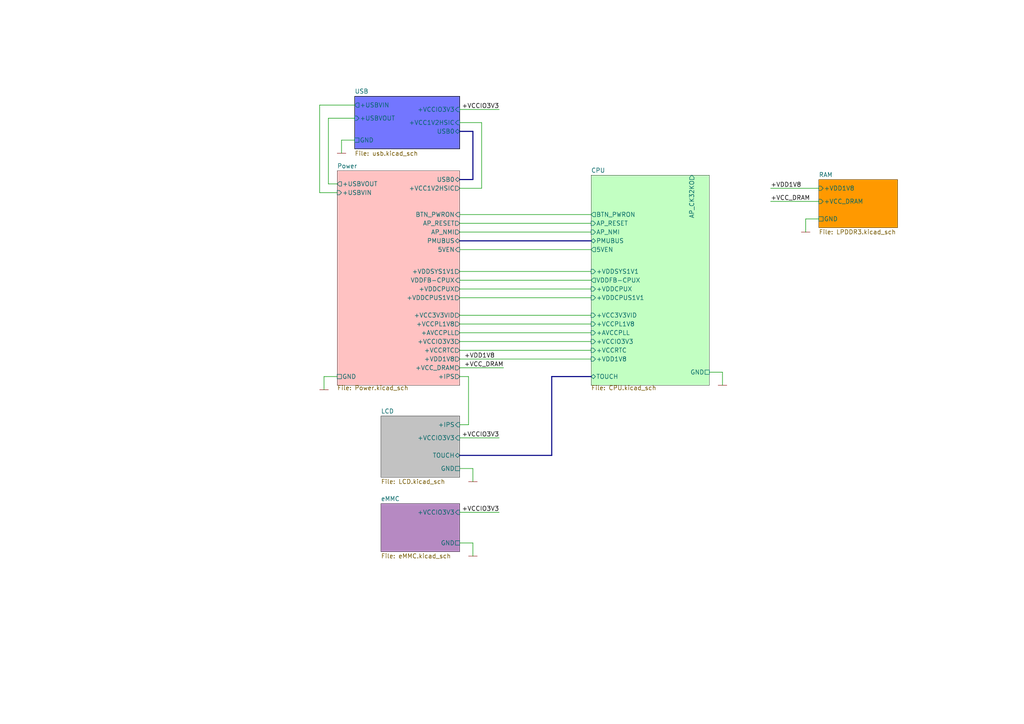
<source format=kicad_sch>
(kicad_sch (version 20211123) (generator eeschema)

  (uuid 9d739f9d-02ae-4a59-bbf0-19e7b3259cb9)

  (paper "A4")

  (lib_symbols
    (symbol "power:GND" (power) (pin_names (offset 0.254)) (in_bom yes) (on_board yes)
      (property "Reference" "#PWR" (id 0) (at 2.286 -0.508 0)
        (effects (font (size 0.762 0.762)) hide)
      )
      (property "Value" "GND" (id 1) (at 0 -2.032 0)
        (effects (font (size 0.762 0.762)) hide)
      )
      (property "Footprint" "" (id 2) (at 0 0 0)
        (effects (font (size 1.524 1.524)))
      )
      (property "Datasheet" "" (id 3) (at 0 0 0)
        (effects (font (size 1.524 1.524)))
      )
      (symbol "GND_0_1"
        (polyline
          (pts
            (xy -1.27 0)
            (xy 1.27 0)
          )
          (stroke (width 0.127) (type default) (color 0 0 0 0))
          (fill (type none))
        )
      )
      (symbol "GND_1_1"
        (pin power_in line (at 0 0 270) (length 0) hide
          (name "GND" (effects (font (size 0.762 0.762))))
          (number "1" (effects (font (size 0.762 0.762))))
        )
      )
    )
  )


  (wire (pts (xy 133.35 109.22) (xy 135.89 109.22))
    (stroke (width 0) (type default) (color 0 0 0 0))
    (uuid 00a52642-1b68-407c-81bb-cb50a94256d0)
  )
  (wire (pts (xy 133.35 54.61) (xy 139.7 54.61))
    (stroke (width 0) (type default) (color 0 0 0 0))
    (uuid 035a7579-fb19-4cbf-8a45-afe0ebb777ce)
  )
  (wire (pts (xy 137.16 139.7) (xy 137.16 135.89))
    (stroke (width 0) (type solid) (color 0 0 0 0))
    (uuid 03c80b60-e58f-4a44-bfeb-482146a4fc36)
  )
  (wire (pts (xy 133.35 91.44) (xy 171.45 91.44))
    (stroke (width 0) (type default) (color 0 0 0 0))
    (uuid 047e4b23-efd5-4b87-97d5-e3f9e6be0d2a)
  )
  (wire (pts (xy 133.35 64.77) (xy 171.45 64.77))
    (stroke (width 0) (type default) (color 0 0 0 0))
    (uuid 07f1765e-90c4-467f-adf0-3f53c32fb72a)
  )
  (wire (pts (xy 95.25 53.34) (xy 97.79 53.34))
    (stroke (width 0) (type default) (color 0 0 0 0))
    (uuid 16f0c1dc-d593-47a7-98be-9281196714dd)
  )
  (wire (pts (xy 209.55 107.95) (xy 205.74 107.95))
    (stroke (width 0) (type solid) (color 0 0 0 0))
    (uuid 18bd9cfe-2d95-4837-aa1a-bed48dea3813)
  )
  (wire (pts (xy 133.35 78.74) (xy 171.45 78.74))
    (stroke (width 0) (type default) (color 0 0 0 0))
    (uuid 19e2cd58-33ac-4f23-8902-fa903ba44d0f)
  )
  (wire (pts (xy 133.35 62.23) (xy 171.45 62.23))
    (stroke (width 0) (type default) (color 0 0 0 0))
    (uuid 1b160f60-8b72-468d-82bb-34aac218f483)
  )
  (wire (pts (xy 233.68 67.31) (xy 233.68 63.5))
    (stroke (width 0) (type solid) (color 0 0 0 0))
    (uuid 1cb97d31-9ee7-4b27-9a6f-0f860653f1b6)
  )
  (bus (pts (xy 160.02 132.08) (xy 160.02 109.22))
    (stroke (width 0) (type default) (color 0 0 0 0))
    (uuid 2066c9f3-fb54-407b-b359-f496b7ca97ca)
  )

  (wire (pts (xy 133.35 83.82) (xy 171.45 83.82))
    (stroke (width 0) (type default) (color 0 0 0 0))
    (uuid 22a5cf12-2c41-4d4d-85c4-35ee6bc8f927)
  )
  (wire (pts (xy 223.52 54.61) (xy 237.49 54.61))
    (stroke (width 0) (type default) (color 0 0 0 0))
    (uuid 244d1143-2c90-4a97-b25e-cd3abfd917d1)
  )
  (wire (pts (xy 133.35 123.19) (xy 135.89 123.19))
    (stroke (width 0) (type default) (color 0 0 0 0))
    (uuid 253f8565-ebf6-400b-9793-4013c1e00fac)
  )
  (wire (pts (xy 223.52 58.42) (xy 237.49 58.42))
    (stroke (width 0) (type default) (color 0 0 0 0))
    (uuid 3532276f-b7f9-4aea-9b52-49ca2bb5d9b6)
  )
  (bus (pts (xy 137.16 38.1) (xy 137.16 52.07))
    (stroke (width 0) (type default) (color 0 0 0 0))
    (uuid 382efc8f-7a20-4eb9-8edc-97810a4c3a11)
  )

  (wire (pts (xy 99.06 44.45) (xy 99.06 40.64))
    (stroke (width 0) (type solid) (color 0 0 0 0))
    (uuid 3a7dfcd2-edaf-4073-80cd-2175e6491e7d)
  )
  (wire (pts (xy 133.35 67.31) (xy 171.45 67.31))
    (stroke (width 0) (type default) (color 0 0 0 0))
    (uuid 410d2a78-a5a0-4558-bdf2-632ac3f2a352)
  )
  (wire (pts (xy 97.79 55.88) (xy 92.71 55.88))
    (stroke (width 0) (type default) (color 0 0 0 0))
    (uuid 42fc8c9f-8501-43e1-a5dc-64d880cc4996)
  )
  (wire (pts (xy 133.35 93.98) (xy 171.45 93.98))
    (stroke (width 0) (type default) (color 0 0 0 0))
    (uuid 54881c87-6ea1-422c-ad8d-d6b080b27129)
  )
  (bus (pts (xy 133.35 132.08) (xy 160.02 132.08))
    (stroke (width 0) (type default) (color 0 0 0 0))
    (uuid 5c457bd6-9187-4a5a-a800-bab25a99a9f9)
  )

  (wire (pts (xy 92.71 30.48) (xy 102.87 30.48))
    (stroke (width 0) (type default) (color 0 0 0 0))
    (uuid 643c18f7-d346-40a2-8c46-41683184d286)
  )
  (wire (pts (xy 139.7 54.61) (xy 139.7 35.56))
    (stroke (width 0) (type default) (color 0 0 0 0))
    (uuid 68bdaa55-2995-4153-8ece-a4a3408c736b)
  )
  (bus (pts (xy 160.02 109.22) (xy 171.45 109.22))
    (stroke (width 0) (type default) (color 0 0 0 0))
    (uuid 6b7c7b15-7d38-4de8-895f-4983d8f3013c)
  )

  (wire (pts (xy 137.16 157.48) (xy 133.35 157.48))
    (stroke (width 0) (type solid) (color 0 0 0 0))
    (uuid 6e008256-6c49-4641-aec4-51c4520cb394)
  )
  (wire (pts (xy 209.55 111.76) (xy 209.55 107.95))
    (stroke (width 0) (type solid) (color 0 0 0 0))
    (uuid 7052c99e-9959-48aa-a79b-6fd320b04f8e)
  )
  (wire (pts (xy 95.25 34.29) (xy 95.25 53.34))
    (stroke (width 0) (type default) (color 0 0 0 0))
    (uuid 71a36a61-f114-4498-9bb6-96d33d5aff84)
  )
  (wire (pts (xy 95.25 34.29) (xy 102.87 34.29))
    (stroke (width 0) (type default) (color 0 0 0 0))
    (uuid 72170f63-95a1-46fa-aa16-35d3b8e90be7)
  )
  (wire (pts (xy 133.35 148.59) (xy 144.78 148.59))
    (stroke (width 0) (type default) (color 0 0 0 0))
    (uuid 789ed020-b444-42e8-881f-ba78d55252a9)
  )
  (bus (pts (xy 133.35 69.85) (xy 171.45 69.85))
    (stroke (width 0) (type default) (color 0 0 0 0))
    (uuid 81b58949-6fe8-4a9f-9bae-3010a6a68be2)
  )

  (wire (pts (xy 133.35 86.36) (xy 171.45 86.36))
    (stroke (width 0) (type default) (color 0 0 0 0))
    (uuid 92ce15f3-4302-496c-b666-a2615323fc1a)
  )
  (wire (pts (xy 133.35 31.75) (xy 144.78 31.75))
    (stroke (width 0) (type default) (color 0 0 0 0))
    (uuid 9b0594f4-1ca3-461a-94a8-fdfe38681595)
  )
  (wire (pts (xy 133.35 72.39) (xy 171.45 72.39))
    (stroke (width 0) (type default) (color 0 0 0 0))
    (uuid 9e5d3cfe-33ea-4664-ba60-a9cb0fe78b5f)
  )
  (wire (pts (xy 137.16 135.89) (xy 133.35 135.89))
    (stroke (width 0) (type solid) (color 0 0 0 0))
    (uuid a25a5a72-35d2-4efe-bb7e-b782702e3cd6)
  )
  (wire (pts (xy 133.35 101.6) (xy 171.45 101.6))
    (stroke (width 0) (type default) (color 0 0 0 0))
    (uuid a94d4b42-ab67-4813-8385-c4c39b9ce7db)
  )
  (wire (pts (xy 137.16 161.29) (xy 137.16 157.48))
    (stroke (width 0) (type solid) (color 0 0 0 0))
    (uuid afee8227-5a26-4f53-aa58-b9adcf212d44)
  )
  (wire (pts (xy 233.68 63.5) (xy 237.49 63.5))
    (stroke (width 0) (type solid) (color 0 0 0 0))
    (uuid b30ebba5-68be-45ac-ac04-aa31f38ff89a)
  )
  (wire (pts (xy 93.98 109.22) (xy 97.79 109.22))
    (stroke (width 0) (type solid) (color 0 0 0 0))
    (uuid b9aa9c6a-ce3c-4f78-983d-27e4d08f4022)
  )
  (wire (pts (xy 93.98 113.03) (xy 93.98 109.22))
    (stroke (width 0) (type solid) (color 0 0 0 0))
    (uuid ba721946-fa29-47b8-b296-1af76cab505f)
  )
  (wire (pts (xy 133.35 96.52) (xy 171.45 96.52))
    (stroke (width 0) (type default) (color 0 0 0 0))
    (uuid ba77a494-c1a4-4779-8aaa-ab05835fbf79)
  )
  (wire (pts (xy 133.35 127) (xy 144.78 127))
    (stroke (width 0) (type default) (color 0 0 0 0))
    (uuid bb58a091-35f5-49ff-ab31-e42566ec027c)
  )
  (wire (pts (xy 133.35 104.14) (xy 171.45 104.14))
    (stroke (width 0) (type default) (color 0 0 0 0))
    (uuid c060a870-7790-4205-9b72-2034f8648bf6)
  )
  (wire (pts (xy 99.06 40.64) (xy 102.87 40.64))
    (stroke (width 0) (type solid) (color 0 0 0 0))
    (uuid c3ec4700-5966-43d5-a4e4-95af0a977cd4)
  )
  (wire (pts (xy 133.35 99.06) (xy 171.45 99.06))
    (stroke (width 0) (type default) (color 0 0 0 0))
    (uuid c7c778fd-21e5-4b3e-b308-95dd18d7a496)
  )
  (wire (pts (xy 133.35 81.28) (xy 171.45 81.28))
    (stroke (width 0) (type default) (color 0 0 0 0))
    (uuid ea2f66d8-a1ef-47ff-9a40-8d2e7ff66e2b)
  )
  (bus (pts (xy 133.35 52.07) (xy 137.16 52.07))
    (stroke (width 0) (type default) (color 0 0 0 0))
    (uuid ef8eba22-5af5-4d83-807b-a98e1f94eb41)
  )
  (bus (pts (xy 133.35 38.1) (xy 137.16 38.1))
    (stroke (width 0) (type default) (color 0 0 0 0))
    (uuid f0df1b7c-4d47-4961-8b51-78c7f103d2d0)
  )

  (wire (pts (xy 135.89 109.22) (xy 135.89 123.19))
    (stroke (width 0) (type default) (color 0 0 0 0))
    (uuid f0eef319-14e1-4597-895f-67b3d63768e4)
  )
  (wire (pts (xy 139.7 35.56) (xy 133.35 35.56))
    (stroke (width 0) (type default) (color 0 0 0 0))
    (uuid f367f582-6999-49e6-8ca6-ee4423ac52ac)
  )
  (wire (pts (xy 133.35 106.68) (xy 146.05 106.68))
    (stroke (width 0) (type default) (color 0 0 0 0))
    (uuid f5de0506-d599-4f65-b011-df25dc70b0a8)
  )
  (wire (pts (xy 92.71 55.88) (xy 92.71 30.48))
    (stroke (width 0) (type default) (color 0 0 0 0))
    (uuid f80d3e54-e872-4b20-bd56-f0c420ce918a)
  )

  (label "+VCC_DRAM" (at 223.52 58.42 0)
    (effects (font (size 1.27 1.27)) (justify left bottom))
    (uuid 15e429a5-d1cc-4887-b8cb-3bb9ff7613f5)
  )
  (label "+VCCIO3V3" (at 144.78 148.59 180)
    (effects (font (size 1.27 1.27)) (justify right bottom))
    (uuid 44fd93f5-5eef-4709-b168-c7f0403704d8)
  )
  (label "+VCCIO3V3" (at 144.78 127 180)
    (effects (font (size 1.27 1.27)) (justify right bottom))
    (uuid 555d896a-ec04-4a9b-b03f-3b7c3626a631)
  )
  (label "+VDD1V8" (at 223.52 54.61 0)
    (effects (font (size 1.27 1.27)) (justify left bottom))
    (uuid 79830617-b984-4cde-a844-c9476ab7bf4f)
  )
  (label "+VDD1V8" (at 134.62 104.14 0)
    (effects (font (size 1.27 1.27)) (justify left bottom))
    (uuid 9e82e106-59df-4308-9638-8b024f163b29)
  )
  (label "+VCC_DRAM" (at 146.05 106.68 180)
    (effects (font (size 1.27 1.27)) (justify right bottom))
    (uuid af9f990b-5410-4b07-a8ff-a2650e70b1ae)
  )
  (label "+VCCIO3V3" (at 144.78 31.75 180)
    (effects (font (size 1.27 1.27)) (justify right bottom))
    (uuid b91cc37e-9dc1-45ab-8f78-5c4112f6285f)
  )

  (symbol (lib_id "power:GND") (at 93.98 113.03 0) (unit 1)
    (in_bom yes) (on_board yes)
    (uuid 2bf8f57c-64d2-4c8b-a685-6fdb42155d48)
    (property "Reference" "#PWR?" (id 0) (at 96.266 113.538 0)
      (effects (font (size 0.762 0.762)) hide)
    )
    (property "Value" "GND" (id 1) (at 93.98 115.062 0)
      (effects (font (size 0.762 0.762)) hide)
    )
    (property "Footprint" "" (id 2) (at 93.98 113.03 0)
      (effects (font (size 1.524 1.524)))
    )
    (property "Datasheet" "" (id 3) (at 93.98 113.03 0)
      (effects (font (size 1.524 1.524)))
    )
    (pin "1" (uuid a291c108-863d-43fd-bc90-b4fe67bad621))
  )

  (symbol (lib_id "power:GND") (at 137.16 161.29 0) (mirror y) (unit 1)
    (in_bom yes) (on_board yes)
    (uuid 5fd41287-eedd-4715-8fd3-64650172801a)
    (property "Reference" "#PWR?" (id 0) (at 134.874 161.798 0)
      (effects (font (size 0.762 0.762)) hide)
    )
    (property "Value" "GND" (id 1) (at 137.16 163.322 0)
      (effects (font (size 0.762 0.762)) hide)
    )
    (property "Footprint" "" (id 2) (at 137.16 161.29 0)
      (effects (font (size 1.524 1.524)))
    )
    (property "Datasheet" "" (id 3) (at 137.16 161.29 0)
      (effects (font (size 1.524 1.524)))
    )
    (pin "1" (uuid bd7568c1-460f-41ec-93d9-f9e9fb154f31))
  )

  (symbol (lib_id "power:GND") (at 137.16 139.7 0) (mirror y) (unit 1)
    (in_bom yes) (on_board yes)
    (uuid 8e7126f7-eab5-4108-9782-9faf0618f939)
    (property "Reference" "#PWR?" (id 0) (at 134.874 140.208 0)
      (effects (font (size 0.762 0.762)) hide)
    )
    (property "Value" "GND" (id 1) (at 137.16 141.732 0)
      (effects (font (size 0.762 0.762)) hide)
    )
    (property "Footprint" "" (id 2) (at 137.16 139.7 0)
      (effects (font (size 1.524 1.524)))
    )
    (property "Datasheet" "" (id 3) (at 137.16 139.7 0)
      (effects (font (size 1.524 1.524)))
    )
    (pin "1" (uuid ba55d564-72a8-47b2-84d0-8e1807044802))
  )

  (symbol (lib_id "power:GND") (at 99.06 44.45 0) (unit 1)
    (in_bom yes) (on_board yes)
    (uuid b7246cf2-134b-4189-aea2-0d67c4287565)
    (property "Reference" "#PWR?" (id 0) (at 101.346 44.958 0)
      (effects (font (size 0.762 0.762)) hide)
    )
    (property "Value" "GND" (id 1) (at 99.06 46.482 0)
      (effects (font (size 0.762 0.762)) hide)
    )
    (property "Footprint" "" (id 2) (at 99.06 44.45 0)
      (effects (font (size 1.524 1.524)))
    )
    (property "Datasheet" "" (id 3) (at 99.06 44.45 0)
      (effects (font (size 1.524 1.524)))
    )
    (pin "1" (uuid 36d42990-0ffb-4fbd-8d44-3222318833e0))
  )

  (symbol (lib_id "power:GND") (at 209.55 111.76 0) (mirror y) (unit 1)
    (in_bom yes) (on_board yes)
    (uuid c827b025-45e6-4f82-9d21-3f4ca18e946e)
    (property "Reference" "#PWR?" (id 0) (at 207.264 112.268 0)
      (effects (font (size 0.762 0.762)) hide)
    )
    (property "Value" "GND" (id 1) (at 209.55 113.792 0)
      (effects (font (size 0.762 0.762)) hide)
    )
    (property "Footprint" "" (id 2) (at 209.55 111.76 0)
      (effects (font (size 1.524 1.524)))
    )
    (property "Datasheet" "" (id 3) (at 209.55 111.76 0)
      (effects (font (size 1.524 1.524)))
    )
    (pin "1" (uuid 188206d9-ee19-42fb-9b91-49e7c0ebeee6))
  )

  (symbol (lib_id "power:GND") (at 233.68 67.31 0) (unit 1)
    (in_bom yes) (on_board yes)
    (uuid eae4b402-6f50-4d6b-8c2b-dfb2b7948e66)
    (property "Reference" "#PWR?" (id 0) (at 235.966 67.818 0)
      (effects (font (size 0.762 0.762)) hide)
    )
    (property "Value" "GND" (id 1) (at 233.68 69.342 0)
      (effects (font (size 0.762 0.762)) hide)
    )
    (property "Footprint" "" (id 2) (at 233.68 67.31 0)
      (effects (font (size 1.524 1.524)))
    )
    (property "Datasheet" "" (id 3) (at 233.68 67.31 0)
      (effects (font (size 1.524 1.524)))
    )
    (pin "1" (uuid 182bd7d2-6755-42bd-b439-0c2043dc8eaf))
  )

  (sheet (at 97.79 49.53) (size 35.56 62.23)
    (stroke (width 0.001) (type solid) (color 0 0 0 1))
    (fill (color 255 194 194 1.0000))
    (uuid 18428fa0-eed6-45cc-b11f-5a77958513a7)
    (property "Sheet name" "Power" (id 0) (at 97.79 48.8941 0)
      (effects (font (size 1.27 1.27)) (justify left bottom))
    )
    (property "Sheet file" "Power.kicad_sch" (id 1) (at 97.79 111.76 0)
      (effects (font (size 1.27 1.27)) (justify left top))
    )
    (pin "GND" passive (at 97.79 109.22 180)
      (effects (font (size 1.27 1.27)) (justify left))
      (uuid 85aad47c-dbf4-4152-8429-92cac2919c7d)
    )
    (pin "+VCCIO3V3" output (at 133.35 99.06 0)
      (effects (font (size 1.27 1.27)) (justify right))
      (uuid eae0e737-7212-44a4-8158-cc3654b0342d)
    )
    (pin "+VCCRTC" output (at 133.35 101.6 0)
      (effects (font (size 1.27 1.27)) (justify right))
      (uuid 6f4ddeda-d8ea-4bae-ac47-a6d0433729c9)
    )
    (pin "+AVCCPLL" output (at 133.35 96.52 0)
      (effects (font (size 1.27 1.27)) (justify right))
      (uuid 6a819394-8c27-4cce-addd-56b802ee0060)
    )
    (pin "AP_RESET" output (at 133.35 64.77 0)
      (effects (font (size 1.27 1.27)) (justify right))
      (uuid 7baed9a1-622e-43c5-8d47-81242255192f)
    )
    (pin "AP_NMI" output (at 133.35 67.31 0)
      (effects (font (size 1.27 1.27)) (justify right))
      (uuid bf3e95f0-9871-4cde-b1f1-1fa13458ebde)
    )
    (pin "BTN_PWRON" input (at 133.35 62.23 0)
      (effects (font (size 1.27 1.27)) (justify right))
      (uuid 67452253-61df-4574-8d8b-4357e8f3c7e8)
    )
    (pin "+VCCPL1V8" output (at 133.35 93.98 0)
      (effects (font (size 1.27 1.27)) (justify right))
      (uuid 43837ec6-e7ca-4958-99bb-47b67742ece1)
    )
    (pin "PMUBUS" bidirectional (at 133.35 69.85 0)
      (effects (font (size 1.27 1.27)) (justify right))
      (uuid b7fc0341-b2e3-424e-96bf-30a39cf341d9)
    )
    (pin "+VCC3V3VID" output (at 133.35 91.44 0)
      (effects (font (size 1.27 1.27)) (justify right))
      (uuid a4abb276-ae5a-48d1-8eaf-be53d300f81d)
    )
    (pin "+VDD1V8" output (at 133.35 104.14 0)
      (effects (font (size 1.27 1.27)) (justify right))
      (uuid 445de8c2-8b6b-4214-ab81-4b72ddf04e9b)
    )
    (pin "+VCC_DRAM" output (at 133.35 106.68 0)
      (effects (font (size 1.27 1.27)) (justify right))
      (uuid e4ae66cd-0baf-4a5b-a43d-e9cefe674eb9)
    )
    (pin "+VCC1V2HSIC" output (at 133.35 54.61 0)
      (effects (font (size 1.27 1.27)) (justify right))
      (uuid 32c89b16-6289-4d3b-aa54-1efc08da94a9)
    )
    (pin "USB0" bidirectional (at 133.35 52.07 0)
      (effects (font (size 1.27 1.27)) (justify right))
      (uuid 602c6e21-e695-48bc-83de-402a7f78716f)
    )
    (pin "+USBVOUT" output (at 97.79 53.34 180)
      (effects (font (size 1.27 1.27)) (justify left))
      (uuid f72414d3-c622-4052-9101-02d9928246ad)
    )
    (pin "+USBVIN" input (at 97.79 55.88 180)
      (effects (font (size 1.27 1.27)) (justify left))
      (uuid b52e894c-bcc9-4c0c-8936-939e47c35b63)
    )
    (pin "5VEN" input (at 133.35 72.39 0)
      (effects (font (size 1.27 1.27)) (justify right))
      (uuid 9de1a0db-aab1-43d9-952b-e0032b51bd2d)
    )
    (pin "+VDDCPUS1V1" output (at 133.35 86.36 0)
      (effects (font (size 1.27 1.27)) (justify right))
      (uuid 104a15be-830d-4ff7-ae3a-da7aa12d2eba)
    )
    (pin "+VDDCPUX" output (at 133.35 83.82 0)
      (effects (font (size 1.27 1.27)) (justify right))
      (uuid 4d917a37-23e8-4c34-a0ce-25a1b4657ead)
    )
    (pin "VDDFB-CPUX" input (at 133.35 81.28 0)
      (effects (font (size 1.27 1.27)) (justify right))
      (uuid e4bed260-4663-4827-8a75-1f3a42d620b0)
    )
    (pin "+VDDSYS1V1" output (at 133.35 78.74 0)
      (effects (font (size 1.27 1.27)) (justify right))
      (uuid abc6300d-3ca4-407f-b0b3-657e882fd748)
    )
    (pin "+IPS" output (at 133.35 109.22 0)
      (effects (font (size 1.27 1.27)) (justify right))
      (uuid e4a9b063-1c9e-4b7a-9088-bd3b5a09b64d)
    )
  )

  (sheet (at 110.49 146.05) (size 22.86 13.97) (fields_autoplaced)
    (stroke (width 0.01) (type solid) (color 0 0 0 1))
    (fill (color 182 137 194 1.0000))
    (uuid 3ed369d8-c4aa-4c42-8b35-e67f98fbe252)
    (property "Sheet name" "eMMC" (id 0) (at 110.49 145.4096 0)
      (effects (font (size 1.27 1.27)) (justify left bottom))
    )
    (property "Sheet file" "eMMC.kicad_sch" (id 1) (at 110.49 160.5334 0)
      (effects (font (size 1.27 1.27)) (justify left top))
    )
    (pin "+VCCIO3V3" input (at 133.35 148.59 0)
      (effects (font (size 1.27 1.27)) (justify right))
      (uuid c728fcb5-f1fa-4d65-a734-28aa3ee28ceb)
    )
    (pin "GND" passive (at 133.35 157.48 0)
      (effects (font (size 1.27 1.27)) (justify right))
      (uuid 545bf269-e66e-48fe-90f5-d420a8e49fb9)
    )
  )

  (sheet (at 102.87 27.94) (size 30.48 15.24) (fields_autoplaced)
    (stroke (width 0.1524) (type solid) (color 0 0 0 1))
    (fill (color 115 118 255 1.0000))
    (uuid 47f5385c-d89d-45ba-a894-d591530a5962)
    (property "Sheet name" "USB" (id 0) (at 102.87 27.2284 0)
      (effects (font (size 1.27 1.27)) (justify left bottom))
    )
    (property "Sheet file" "usb.kicad_sch" (id 1) (at 102.87 43.7646 0)
      (effects (font (size 1.27 1.27)) (justify left top))
    )
    (pin "GND" passive (at 102.87 40.64 180)
      (effects (font (size 1.27 1.27)) (justify left))
      (uuid af3c1e53-26b4-47fb-881f-62e13d1bc5b2)
    )
    (pin "+USBVOUT" input (at 102.87 34.29 180)
      (effects (font (size 1.27 1.27)) (justify left))
      (uuid e3a25c7e-3913-4382-8fea-bbb6fe89d706)
    )
    (pin "USB0" bidirectional (at 133.35 38.1 0)
      (effects (font (size 1.27 1.27)) (justify right))
      (uuid 2282188e-46d0-4ae4-883f-de070c3d604a)
    )
    (pin "+USBVIN" output (at 102.87 30.48 180)
      (effects (font (size 1.27 1.27)) (justify left))
      (uuid a1f09153-88c2-420c-8d1c-f083978e55eb)
    )
    (pin "+VCC1V2HSIC" input (at 133.35 35.56 0)
      (effects (font (size 1.27 1.27)) (justify right))
      (uuid 66d2bc8c-dcda-46a8-b8ae-a10f3a0e6690)
    )
    (pin "+VCCIO3V3" input (at 133.35 31.75 0)
      (effects (font (size 1.27 1.27)) (justify right))
      (uuid c24b4cac-73aa-4e9d-a794-057b99bfff3b)
    )
  )

  (sheet (at 359.41 12.7) (size 22.86 16.51) (fields_autoplaced)
    (stroke (width 0.01) (type solid) (color 0 0 0 1))
    (fill (color 0 194 0 1.0000))
    (uuid 6402e0f9-040d-4938-8003-ba7fc3e39f1d)
    (property "Sheet name" "GPS" (id 0) (at 359.41 12.0596 0)
      (effects (font (size 1.27 1.27)) (justify left bottom))
    )
    (property "Sheet file" "GPS.kicad_sch" (id 1) (at 359.41 29.7234 0)
      (effects (font (size 1.27 1.27)) (justify left top))
    )
  )

  (sheet (at 171.45 50.8) (size 34.29 60.96)
    (stroke (width 0.001) (type solid) (color 0 0 0 1))
    (fill (color 194 255 194 1.0000))
    (uuid 6dad6a82-9ba4-45e0-969c-48809bd31ba0)
    (property "Sheet name" "CPU" (id 0) (at 171.45 50.1641 0)
      (effects (font (size 1.27 1.27)) (justify left bottom))
    )
    (property "Sheet file" "CPU.kicad_sch" (id 1) (at 171.45 111.76 0)
      (effects (font (size 1.27 1.27)) (justify left top))
    )
    (pin "GND" passive (at 205.74 107.95 0)
      (effects (font (size 1.27 1.27)) (justify right))
      (uuid 971d3fef-c762-4de8-8104-000be7a23bca)
    )
    (pin "AP_CK32KO" output (at 200.66 50.8 90)
      (effects (font (size 1.27 1.27)) (justify right))
      (uuid 4f6ea6f0-5e71-427d-b209-26685228136d)
    )
    (pin "+VCCIO3V3" input (at 171.45 99.06 180)
      (effects (font (size 1.27 1.27)) (justify left))
      (uuid 7d07a5b7-5324-4f21-b8c1-6cb749db04bc)
    )
    (pin "+VCCRTC" input (at 171.45 101.6 180)
      (effects (font (size 1.27 1.27)) (justify left))
      (uuid 7090d962-6c63-4e23-9c12-8f43715c6e5d)
    )
    (pin "+AVCCPLL" input (at 171.45 96.52 180)
      (effects (font (size 1.27 1.27)) (justify left))
      (uuid a17f0e46-c058-4a33-ba7a-48c8442d6f9c)
    )
    (pin "AP_RESET" input (at 171.45 64.77 180)
      (effects (font (size 1.27 1.27)) (justify left))
      (uuid b8860185-f4b6-4df9-904a-e9c1bcaac6e5)
    )
    (pin "AP_NMI" input (at 171.45 67.31 180)
      (effects (font (size 1.27 1.27)) (justify left))
      (uuid 41e2241c-714e-4cc3-94ea-4ccf19c5170b)
    )
    (pin "BTN_PWRON" output (at 171.45 62.23 180)
      (effects (font (size 1.27 1.27)) (justify left))
      (uuid acd07758-833b-41b0-aa54-76e8bb4a06e8)
    )
    (pin "+VCCPL1V8" input (at 171.45 93.98 180)
      (effects (font (size 1.27 1.27)) (justify left))
      (uuid c0129acb-9643-4b3a-9c40-fc9f10dd2b89)
    )
    (pin "PMUBUS" bidirectional (at 171.45 69.85 180)
      (effects (font (size 1.27 1.27)) (justify left))
      (uuid 2120bf2f-2073-428f-ae19-bc7c34a424ac)
    )
    (pin "+VCC3V3VID" input (at 171.45 91.44 180)
      (effects (font (size 1.27 1.27)) (justify left))
      (uuid a3c153fe-ca5d-4762-95d8-5bfbd456fedd)
    )
    (pin "+VDD1V8" input (at 171.45 104.14 180)
      (effects (font (size 1.27 1.27)) (justify left))
      (uuid ef635387-8cb1-41cb-9b9e-740b1ea0d314)
    )
    (pin "+VDDCPUS1V1" input (at 171.45 86.36 180)
      (effects (font (size 1.27 1.27)) (justify left))
      (uuid c7b117f3-7b6c-44c8-b80b-95cecee0ea7b)
    )
    (pin "5VEN" output (at 171.45 72.39 180)
      (effects (font (size 1.27 1.27)) (justify left))
      (uuid 92bff783-b6e0-4241-8335-5d10886474a9)
    )
    (pin "VDDFB-CPUX" output (at 171.45 81.28 180)
      (effects (font (size 1.27 1.27)) (justify left))
      (uuid 6f0ad8be-1d1c-4808-b9f0-ee718acd40aa)
    )
    (pin "+VDDCPUX" input (at 171.45 83.82 180)
      (effects (font (size 1.27 1.27)) (justify left))
      (uuid 60774cc9-adb0-48f3-adaf-f2a6c2e38fbb)
    )
    (pin "+VDDSYS1V1" input (at 171.45 78.74 180)
      (effects (font (size 1.27 1.27)) (justify left))
      (uuid 7e84d0d9-73cd-4be2-a8ae-bff465904b68)
    )
    (pin "TOUCH" bidirectional (at 171.45 109.22 180)
      (effects (font (size 1.27 1.27)) (justify left))
      (uuid c20ea0c6-bd05-4812-b92a-e492815232bd)
    )
  )

  (sheet (at 313.69 12.7) (size 33.02 16.51) (fields_autoplaced)
    (stroke (width 0.01) (type solid) (color 0 0 0 1))
    (fill (color 0 194 194 1.0000))
    (uuid 7bc5435e-1e5a-42f3-bd07-59a3d87997ad)
    (property "Sheet name" "WiFiBt" (id 0) (at 313.69 12.0596 0)
      (effects (font (size 1.27 1.27)) (justify left bottom))
    )
    (property "Sheet file" "WiFiBt.kicad_sch" (id 1) (at 313.69 29.7234 0)
      (effects (font (size 1.27 1.27)) (justify left top))
    )
  )

  (sheet (at -39.37 44.45) (size 20.32 19.05) (fields_autoplaced)
    (stroke (width 0.01) (type solid) (color 0 0 0 1))
    (fill (color 151 210 255 1.0000))
    (uuid 8774c7fe-961f-4bc1-9dbd-ec752a244dc3)
    (property "Sheet name" "STM32" (id 0) (at -39.37 43.8096 0)
      (effects (font (size 1.27 1.27)) (justify left bottom))
    )
    (property "Sheet file" "stm32.kicad_sch" (id 1) (at -39.37 64.0134 0)
      (effects (font (size 1.27 1.27)) (justify left top))
    )
  )

  (sheet (at 110.49 120.65) (size 22.86 17.78) (fields_autoplaced)
    (stroke (width 0.01) (type solid) (color 0 0 0 1))
    (fill (color 194 194 194 1.0000))
    (uuid aba349ba-38e4-4d41-8744-1e9a3745d3fd)
    (property "Sheet name" "LCD" (id 0) (at 110.49 120.0096 0)
      (effects (font (size 1.27 1.27)) (justify left bottom))
    )
    (property "Sheet file" "LCD.kicad_sch" (id 1) (at 110.49 138.9434 0)
      (effects (font (size 1.27 1.27)) (justify left top))
    )
    (pin "GND" passive (at 133.35 135.89 0)
      (effects (font (size 1.27 1.27)) (justify right))
      (uuid 8160b251-d0f9-40f2-b131-3954dc6d8509)
    )
    (pin "+VCCIO3V3" input (at 133.35 127 0)
      (effects (font (size 1.27 1.27)) (justify right))
      (uuid 5739619b-13a7-44f9-bdc6-01e84244779e)
    )
    (pin "+IPS" input (at 133.35 123.19 0)
      (effects (font (size 1.27 1.27)) (justify right))
      (uuid e6435fce-db39-4f90-b65e-aeca7ef15202)
    )
    (pin "TOUCH" bidirectional (at 133.35 132.08 0)
      (effects (font (size 1.27 1.27)) (justify right))
      (uuid f83a92a1-6756-4cf9-9686-aa421c45d00f)
    )
  )

  (sheet (at 356.87 62.23) (size 22.86 10.16) (fields_autoplaced)
    (stroke (width 0.01) (type solid) (color 0 0 0 1))
    (fill (color 154 71 194 1.0000))
    (uuid c3f535ed-0e65-45e9-8cb8-acd56df5309b)
    (property "Sheet name" "uSD" (id 0) (at 356.87 61.5896 0)
      (effects (font (size 1.27 1.27)) (justify left bottom))
    )
    (property "Sheet file" "uSD.kicad_sch" (id 1) (at 356.87 72.9034 0)
      (effects (font (size 1.27 1.27)) (justify left top))
    )
  )

  (sheet (at 237.49 52.07) (size 22.86 13.97) (fields_autoplaced)
    (stroke (width 0.001) (type solid) (color 0 0 0 1))
    (fill (color 255 153 0 1.0000))
    (uuid e6be2efc-810c-4f9d-93e9-5449c4e16225)
    (property "Sheet name" "RAM" (id 0) (at 237.49 51.4341 0)
      (effects (font (size 1.27 1.27)) (justify left bottom))
    )
    (property "Sheet file" "LPDDR3.kicad_sch" (id 1) (at 237.49 66.5489 0)
      (effects (font (size 1.27 1.27)) (justify left top))
    )
    (pin "+VCC_DRAM" input (at 237.49 58.42 180)
      (effects (font (size 1.27 1.27)) (justify left))
      (uuid 7052be84-14d7-4973-b6a1-7415d097fe9f)
    )
    (pin "GND" passive (at 237.49 63.5 180)
      (effects (font (size 1.27 1.27)) (justify left))
      (uuid 7b0cf718-bbbf-464f-b539-ec3921811a6d)
    )
    (pin "+VDD1V8" input (at 237.49 54.61 180)
      (effects (font (size 1.27 1.27)) (justify left))
      (uuid 9867bbe3-763c-42dd-8496-dd07a2593fe6)
    )
  )

  (sheet (at -39.37 19.05) (size 20.32 15.24) (fields_autoplaced)
    (stroke (width 0.01) (type solid) (color 0 0 0 1))
    (fill (color 0 255 255 1.0000))
    (uuid ead8cbd1-348d-44ce-8776-b2431ab4deae)
    (property "Sheet name" "LORA" (id 0) (at -39.37 18.4096 0)
      (effects (font (size 1.27 1.27)) (justify left bottom))
    )
    (property "Sheet file" "Lora.kicad_sch" (id 1) (at -39.37 34.8034 0)
      (effects (font (size 1.27 1.27)) (justify left top))
    )
  )

  (sheet_instances
    (path "/" (page "1"))
    (path "/6dad6a82-9ba4-45e0-969c-48809bd31ba0" (page "2"))
    (path "/18428fa0-eed6-45cc-b11f-5a77958513a7" (page "3"))
    (path "/e6be2efc-810c-4f9d-93e9-5449c4e16225" (page "4"))
    (path "/3ed369d8-c4aa-4c42-8b35-e67f98fbe252" (page "5"))
    (path "/c3f535ed-0e65-45e9-8cb8-acd56df5309b" (page "6"))
    (path "/7bc5435e-1e5a-42f3-bd07-59a3d87997ad" (page "7"))
    (path "/8774c7fe-961f-4bc1-9dbd-ec752a244dc3" (page "8"))
    (path "/ead8cbd1-348d-44ce-8776-b2431ab4deae" (page "9"))
    (path "/aba349ba-38e4-4d41-8744-1e9a3745d3fd" (page "10"))
    (path "/6402e0f9-040d-4938-8003-ba7fc3e39f1d" (page "11"))
    (path "/47f5385c-d89d-45ba-a894-d591530a5962" (page "12"))
  )

  (symbol_instances
    (path "/3ed369d8-c4aa-4c42-8b35-e67f98fbe252/a965871d-f3bf-40c1-86a5-9eefd2c8e0dd"
      (reference "#FLG?") (unit 1) (value "PWR_FLAG") (footprint "")
    )
    (path "/e6be2efc-810c-4f9d-93e9-5449c4e16225/045c3208-6580-4d1e-b4ba-cb5e79acfff4"
      (reference "#PWR?") (unit 1) (value "GND") (footprint "")
    )
    (path "/c3f535ed-0e65-45e9-8cb8-acd56df5309b/070e2a26-dc55-435d-af9e-e654c32a5ac0"
      (reference "#PWR?") (unit 1) (value "GND") (footprint "")
    )
    (path "/18428fa0-eed6-45cc-b11f-5a77958513a7/07f17a8a-a561-4087-bc49-e641da54fc20"
      (reference "#PWR?") (unit 1) (value "GND") (footprint "")
    )
    (path "/18428fa0-eed6-45cc-b11f-5a77958513a7/0a016098-1c67-46a8-9ab6-ac4c7b88be42"
      (reference "#PWR?") (unit 1) (value "GND") (footprint "")
    )
    (path "/e6be2efc-810c-4f9d-93e9-5449c4e16225/0d4901a3-bcab-4807-81ab-1c44c1bca3ce"
      (reference "#PWR?") (unit 1) (value "GND") (footprint "")
    )
    (path "/6dad6a82-9ba4-45e0-969c-48809bd31ba0/0f3c408b-937a-414c-ac3e-014ed216e94f"
      (reference "#PWR?") (unit 1) (value "AGND") (footprint "")
    )
    (path "/18428fa0-eed6-45cc-b11f-5a77958513a7/103fbe9d-0e4a-4769-8569-5e8fe5113eba"
      (reference "#PWR?") (unit 1) (value "GND") (footprint "")
    )
    (path "/6dad6a82-9ba4-45e0-969c-48809bd31ba0/1757e67d-56e4-45f3-a69d-fec39ef34911"
      (reference "#PWR?") (unit 1) (value "GND") (footprint "")
    )
    (path "/aba349ba-38e4-4d41-8744-1e9a3745d3fd/17856588-996d-4385-bc68-0deced111208"
      (reference "#PWR?") (unit 1) (value "GND") (footprint "")
    )
    (path "/aba349ba-38e4-4d41-8744-1e9a3745d3fd/18931473-c658-473a-97ca-c3812d0a72f4"
      (reference "#PWR?") (unit 1) (value "GND") (footprint "")
    )
    (path "/6dad6a82-9ba4-45e0-969c-48809bd31ba0/194211b1-6430-448d-8740-df718d8f0661"
      (reference "#PWR?") (unit 1) (value "GND") (footprint "")
    )
    (path "/6dad6a82-9ba4-45e0-969c-48809bd31ba0/1bb5b038-fed6-4117-99eb-4c46647aa778"
      (reference "#PWR?") (unit 1) (value "AGND") (footprint "")
    )
    (path "/3ed369d8-c4aa-4c42-8b35-e67f98fbe252/1c750cee-dc60-46b1-b7c6-1c70f64f0d87"
      (reference "#PWR?") (unit 1) (value "GND") (footprint "")
    )
    (path "/6dad6a82-9ba4-45e0-969c-48809bd31ba0/1e0daac6-dbfa-4f23-87fb-84b798130b1b"
      (reference "#PWR?") (unit 1) (value "GND") (footprint "")
    )
    (path "/aba349ba-38e4-4d41-8744-1e9a3745d3fd/1f8e1f37-6919-407b-a9c8-6b6ab6054c2e"
      (reference "#PWR?") (unit 1) (value "GND") (footprint "")
    )
    (path "/6dad6a82-9ba4-45e0-969c-48809bd31ba0/23887384-85d2-4b91-ae43-c658cf2a5cce"
      (reference "#PWR?") (unit 1) (value "GND") (footprint "")
    )
    (path "/e6be2efc-810c-4f9d-93e9-5449c4e16225/24b304e1-1860-4fc5-b809-f6d0018e2cf7"
      (reference "#PWR?") (unit 1) (value "GND") (footprint "")
    )
    (path "/18428fa0-eed6-45cc-b11f-5a77958513a7/258a91e8-1acf-427f-9852-6a617a3c5d20"
      (reference "#PWR?") (unit 1) (value "GND") (footprint "")
    )
    (path "/3ed369d8-c4aa-4c42-8b35-e67f98fbe252/274589bb-f8e5-4b70-96d5-c9eed65b47d6"
      (reference "#PWR?") (unit 1) (value "GND") (footprint "")
    )
    (path "/aba349ba-38e4-4d41-8744-1e9a3745d3fd/2b50791f-7165-4f79-abf2-70df569fdb66"
      (reference "#PWR?") (unit 1) (value "GND") (footprint "")
    )
    (path "/2bf8f57c-64d2-4c8b-a685-6fdb42155d48"
      (reference "#PWR?") (unit 1) (value "GND") (footprint "")
    )
    (path "/6dad6a82-9ba4-45e0-969c-48809bd31ba0/2f511229-fd8c-4bd6-97fd-2122707765ac"
      (reference "#PWR?") (unit 1) (value "GND") (footprint "")
    )
    (path "/18428fa0-eed6-45cc-b11f-5a77958513a7/2f63646a-f388-4e2a-bd97-8776d09eee67"
      (reference "#PWR?") (unit 1) (value "GND") (footprint "")
    )
    (path "/18428fa0-eed6-45cc-b11f-5a77958513a7/31ea0bbd-48c7-405a-99a8-ab4fe629b6f4"
      (reference "#PWR?") (unit 1) (value "GND") (footprint "")
    )
    (path "/18428fa0-eed6-45cc-b11f-5a77958513a7/31f0bfdc-b08d-42ea-8d70-9da25fcfdc53"
      (reference "#PWR?") (unit 1) (value "GND") (footprint "")
    )
    (path "/6dad6a82-9ba4-45e0-969c-48809bd31ba0/31fcb9f7-d279-4e9c-b754-30a72cb7f429"
      (reference "#PWR?") (unit 1) (value "GND") (footprint "")
    )
    (path "/6dad6a82-9ba4-45e0-969c-48809bd31ba0/3514bec7-c134-4e57-a2fe-4c0ecc4f5502"
      (reference "#PWR?") (unit 1) (value "GND") (footprint "")
    )
    (path "/6dad6a82-9ba4-45e0-969c-48809bd31ba0/357b2503-c5f4-4ee3-b2e6-4753a768ae0a"
      (reference "#PWR?") (unit 1) (value "GND") (footprint "")
    )
    (path "/6dad6a82-9ba4-45e0-969c-48809bd31ba0/38f69225-519b-4af1-9ef8-b4de035a9c6f"
      (reference "#PWR?") (unit 1) (value "GND") (footprint "")
    )
    (path "/18428fa0-eed6-45cc-b11f-5a77958513a7/3a718565-014e-4ed2-a37b-1d42656b0617"
      (reference "#PWR?") (unit 1) (value "GND") (footprint "")
    )
    (path "/18428fa0-eed6-45cc-b11f-5a77958513a7/3b7e9402-61ce-43e4-9a32-a13b9de17172"
      (reference "#PWR?") (unit 1) (value "GND") (footprint "")
    )
    (path "/18428fa0-eed6-45cc-b11f-5a77958513a7/3bbd0e6f-23fd-42c2-a642-30a32f910b25"
      (reference "#PWR?") (unit 1) (value "GND") (footprint "")
    )
    (path "/18428fa0-eed6-45cc-b11f-5a77958513a7/3c5051f1-448e-438c-bfb6-ba785d258ac0"
      (reference "#PWR?") (unit 1) (value "GND") (footprint "")
    )
    (path "/e6be2efc-810c-4f9d-93e9-5449c4e16225/3ee2003c-7c03-4467-bd6a-1834b3eb9d6d"
      (reference "#PWR?") (unit 1) (value "GND") (footprint "")
    )
    (path "/aba349ba-38e4-4d41-8744-1e9a3745d3fd/3ffd4e8e-0161-48ec-b98a-af9dd905c745"
      (reference "#PWR?") (unit 1) (value "GND") (footprint "")
    )
    (path "/6dad6a82-9ba4-45e0-969c-48809bd31ba0/40a17ef5-39cb-451f-998a-74025c68ea91"
      (reference "#PWR?") (unit 1) (value "GND") (footprint "")
    )
    (path "/6dad6a82-9ba4-45e0-969c-48809bd31ba0/419b3c6d-162d-4870-b0a2-17506e9f2d22"
      (reference "#PWR?") (unit 1) (value "AGND") (footprint "")
    )
    (path "/e6be2efc-810c-4f9d-93e9-5449c4e16225/41b7ebc9-291a-4d21-a2d0-9216e9b0801a"
      (reference "#PWR?") (unit 1) (value "GND") (footprint "")
    )
    (path "/e6be2efc-810c-4f9d-93e9-5449c4e16225/44b11c45-69f7-43d5-b170-d9ac0db91612"
      (reference "#PWR?") (unit 1) (value "GND") (footprint "")
    )
    (path "/e6be2efc-810c-4f9d-93e9-5449c4e16225/46016dee-bab1-4dbc-bca5-29614c60fa00"
      (reference "#PWR?") (unit 1) (value "GND") (footprint "")
    )
    (path "/18428fa0-eed6-45cc-b11f-5a77958513a7/46bc0f33-65ae-45fe-a463-bffe56b2da75"
      (reference "#PWR?") (unit 1) (value "GND") (footprint "")
    )
    (path "/18428fa0-eed6-45cc-b11f-5a77958513a7/4738e683-ead6-4d9e-8877-a476335580da"
      (reference "#PWR?") (unit 1) (value "GND") (footprint "")
    )
    (path "/18428fa0-eed6-45cc-b11f-5a77958513a7/4742b1a3-f1ea-4783-b684-513dbbe3cc14"
      (reference "#PWR?") (unit 1) (value "GND") (footprint "")
    )
    (path "/aba349ba-38e4-4d41-8744-1e9a3745d3fd/48c47027-d7af-4791-9e1f-4765c058de57"
      (reference "#PWR?") (unit 1) (value "GND") (footprint "")
    )
    (path "/6dad6a82-9ba4-45e0-969c-48809bd31ba0/4952c8e1-2c7a-423c-8241-2bb41c7cbc06"
      (reference "#PWR?") (unit 1) (value "AGND") (footprint "")
    )
    (path "/6dad6a82-9ba4-45e0-969c-48809bd31ba0/49d11b61-cef9-4bb5-9473-f54aad192207"
      (reference "#PWR?") (unit 1) (value "GND") (footprint "")
    )
    (path "/18428fa0-eed6-45cc-b11f-5a77958513a7/4b1d5490-0d5a-4af5-9c83-73fc488ee8f7"
      (reference "#PWR?") (unit 1) (value "GND") (footprint "")
    )
    (path "/18428fa0-eed6-45cc-b11f-5a77958513a7/4beb0c6e-cf9e-4c0c-8fa3-e7b56426e137"
      (reference "#PWR?") (unit 1) (value "GND") (footprint "")
    )
    (path "/aba349ba-38e4-4d41-8744-1e9a3745d3fd/4bfb669e-77cc-4b41-aa01-7ab22529f5c4"
      (reference "#PWR?") (unit 1) (value "GND") (footprint "")
    )
    (path "/6dad6a82-9ba4-45e0-969c-48809bd31ba0/4c348209-541c-4df2-b5d2-5ca9a2543c58"
      (reference "#PWR?") (unit 1) (value "GND") (footprint "")
    )
    (path "/18428fa0-eed6-45cc-b11f-5a77958513a7/50a3619e-3134-4fb2-a750-f193dc9b7d28"
      (reference "#PWR?") (unit 1) (value "GND") (footprint "")
    )
    (path "/6dad6a82-9ba4-45e0-969c-48809bd31ba0/51d4b175-64c4-4bac-96ad-35901fec9747"
      (reference "#PWR?") (unit 1) (value "GND") (footprint "")
    )
    (path "/18428fa0-eed6-45cc-b11f-5a77958513a7/56fb357a-2434-4e19-9741-8862d1a3617f"
      (reference "#PWR?") (unit 1) (value "GND") (footprint "")
    )
    (path "/6dad6a82-9ba4-45e0-969c-48809bd31ba0/5a19ce3f-9400-42e6-8b56-3ccae065612d"
      (reference "#PWR?") (unit 1) (value "GND") (footprint "")
    )
    (path "/6dad6a82-9ba4-45e0-969c-48809bd31ba0/5b8caea7-0ecd-4523-9bd4-dcaa5f48c552"
      (reference "#PWR?") (unit 1) (value "GND") (footprint "")
    )
    (path "/6dad6a82-9ba4-45e0-969c-48809bd31ba0/5bb5709d-ea02-4a24-9b5e-9387a5fd2c50"
      (reference "#PWR?") (unit 1) (value "GND") (footprint "")
    )
    (path "/aba349ba-38e4-4d41-8744-1e9a3745d3fd/5d326023-fd73-4129-b00e-35bed96d2d75"
      (reference "#PWR?") (unit 1) (value "GND") (footprint "")
    )
    (path "/6dad6a82-9ba4-45e0-969c-48809bd31ba0/5e1c490e-6804-4524-b67e-a15662c062bd"
      (reference "#PWR?") (unit 1) (value "GND") (footprint "")
    )
    (path "/5fd41287-eedd-4715-8fd3-64650172801a"
      (reference "#PWR?") (unit 1) (value "GND") (footprint "")
    )
    (path "/18428fa0-eed6-45cc-b11f-5a77958513a7/618edbf6-1c3a-4498-b5c8-27f19cbcad03"
      (reference "#PWR?") (unit 1) (value "GND") (footprint "")
    )
    (path "/e6be2efc-810c-4f9d-93e9-5449c4e16225/619c9e09-a209-4630-8185-fe1e86f31b3f"
      (reference "#PWR?") (unit 1) (value "GND") (footprint "")
    )
    (path "/e6be2efc-810c-4f9d-93e9-5449c4e16225/61e00281-bee3-4ba9-861d-d03abbb3f615"
      (reference "#PWR?") (unit 1) (value "GND") (footprint "")
    )
    (path "/6dad6a82-9ba4-45e0-969c-48809bd31ba0/62cfce44-0ba4-489c-b8c3-c9e264fb0791"
      (reference "#PWR?") (unit 1) (value "GND") (footprint "")
    )
    (path "/e6be2efc-810c-4f9d-93e9-5449c4e16225/64c0ccee-35f7-4f9b-8f1f-5e892e99b47f"
      (reference "#PWR?") (unit 1) (value "GND") (footprint "")
    )
    (path "/aba349ba-38e4-4d41-8744-1e9a3745d3fd/66b57aae-c339-4e41-ba3d-dd5c9f738383"
      (reference "#PWR?") (unit 1) (value "GND") (footprint "")
    )
    (path "/e6be2efc-810c-4f9d-93e9-5449c4e16225/672b1db7-130e-40e3-8343-f7d45ae879c3"
      (reference "#PWR?") (unit 1) (value "GND") (footprint "")
    )
    (path "/18428fa0-eed6-45cc-b11f-5a77958513a7/676ac5c6-f308-43b1-a957-7deb79f706ab"
      (reference "#PWR?") (unit 1) (value "GND") (footprint "")
    )
    (path "/e6be2efc-810c-4f9d-93e9-5449c4e16225/6807bf04-67e0-4c2d-b203-0925f53ebbf3"
      (reference "#PWR?") (unit 1) (value "GND") (footprint "")
    )
    (path "/3ed369d8-c4aa-4c42-8b35-e67f98fbe252/687b84a3-694a-4856-9128-5fda5486da40"
      (reference "#PWR?") (unit 1) (value "GND") (footprint "")
    )
    (path "/aba349ba-38e4-4d41-8744-1e9a3745d3fd/6b888478-8f05-41e8-9fbb-1902eb4a50d9"
      (reference "#PWR?") (unit 1) (value "GND") (footprint "")
    )
    (path "/3ed369d8-c4aa-4c42-8b35-e67f98fbe252/6b9a8661-8c06-4f6e-a380-44967cd0aebb"
      (reference "#PWR?") (unit 1) (value "GND") (footprint "")
    )
    (path "/6dad6a82-9ba4-45e0-969c-48809bd31ba0/6bfa5a78-f81a-4229-842b-2c392b5d12a0"
      (reference "#PWR?") (unit 1) (value "GND") (footprint "")
    )
    (path "/18428fa0-eed6-45cc-b11f-5a77958513a7/6cb27c61-617b-4a15-b35e-b001b669c062"
      (reference "#PWR?") (unit 1) (value "GND") (footprint "")
    )
    (path "/18428fa0-eed6-45cc-b11f-5a77958513a7/6d055eda-5d32-4665-a06f-9cb70ca595bc"
      (reference "#PWR?") (unit 1) (value "GND") (footprint "")
    )
    (path "/6dad6a82-9ba4-45e0-969c-48809bd31ba0/6e477f37-8b5b-44d7-9a8e-a44a53fe1dad"
      (reference "#PWR?") (unit 1) (value "GND") (footprint "")
    )
    (path "/e6be2efc-810c-4f9d-93e9-5449c4e16225/6e5e395c-5cd5-4958-a969-bc6f5ea302a6"
      (reference "#PWR?") (unit 1) (value "GND") (footprint "")
    )
    (path "/aba349ba-38e4-4d41-8744-1e9a3745d3fd/78aa52eb-fb69-4380-8734-5af6c35bb1f2"
      (reference "#PWR?") (unit 1) (value "GND") (footprint "")
    )
    (path "/e6be2efc-810c-4f9d-93e9-5449c4e16225/797da7d8-0cae-4371-a415-05fc737c8452"
      (reference "#PWR?") (unit 1) (value "GND") (footprint "")
    )
    (path "/aba349ba-38e4-4d41-8744-1e9a3745d3fd/7a010339-58f5-476c-a7f9-564f07586ab2"
      (reference "#PWR?") (unit 1) (value "GND") (footprint "")
    )
    (path "/47f5385c-d89d-45ba-a894-d591530a5962/7a523bad-339b-4c2e-b930-070b435d7742"
      (reference "#PWR?") (unit 1) (value "GND") (footprint "")
    )
    (path "/e6be2efc-810c-4f9d-93e9-5449c4e16225/7b931d60-5a90-4e05-8daa-a32e30c871a4"
      (reference "#PWR?") (unit 1) (value "GND") (footprint "")
    )
    (path "/6dad6a82-9ba4-45e0-969c-48809bd31ba0/7bb57529-649f-4132-9a4e-803f6c89f491"
      (reference "#PWR?") (unit 1) (value "GND") (footprint "")
    )
    (path "/6dad6a82-9ba4-45e0-969c-48809bd31ba0/7cb95ed0-f670-420a-855d-327393de82d5"
      (reference "#PWR?") (unit 1) (value "GND") (footprint "")
    )
    (path "/18428fa0-eed6-45cc-b11f-5a77958513a7/7cd218d3-bd5f-46cc-94aa-267330246efa"
      (reference "#PWR?") (unit 1) (value "GND") (footprint "")
    )
    (path "/e6be2efc-810c-4f9d-93e9-5449c4e16225/7d0e6a28-3910-4304-98ac-0c4f204ad2a5"
      (reference "#PWR?") (unit 1) (value "GND") (footprint "")
    )
    (path "/18428fa0-eed6-45cc-b11f-5a77958513a7/7dd65049-a2af-417c-a6db-03362fa81e41"
      (reference "#PWR?") (unit 1) (value "GND") (footprint "")
    )
    (path "/3ed369d8-c4aa-4c42-8b35-e67f98fbe252/7e246e17-32dc-4a97-99c0-b59305168d15"
      (reference "#PWR?") (unit 1) (value "GND") (footprint "")
    )
    (path "/18428fa0-eed6-45cc-b11f-5a77958513a7/7e52b8c5-875e-4700-826b-70160fc25ef7"
      (reference "#PWR?") (unit 1) (value "GND") (footprint "")
    )
    (path "/6dad6a82-9ba4-45e0-969c-48809bd31ba0/7fa1d3bf-91f1-4d45-9fc8-ff5724c20e3f"
      (reference "#PWR?") (unit 1) (value "GND") (footprint "")
    )
    (path "/18428fa0-eed6-45cc-b11f-5a77958513a7/7fbc9851-df7a-4cf6-834c-ff66c9710ea1"
      (reference "#PWR?") (unit 1) (value "GND") (footprint "")
    )
    (path "/6dad6a82-9ba4-45e0-969c-48809bd31ba0/826abbf6-6424-4f13-bb10-7097d65e664c"
      (reference "#PWR?") (unit 1) (value "AGND") (footprint "")
    )
    (path "/6dad6a82-9ba4-45e0-969c-48809bd31ba0/854ef303-d93e-4588-873f-0767ad286f9e"
      (reference "#PWR?") (unit 1) (value "GND") (footprint "")
    )
    (path "/6dad6a82-9ba4-45e0-969c-48809bd31ba0/866ea059-fb12-4d3d-a512-3be7dc0e8dab"
      (reference "#PWR?") (unit 1) (value "AGND") (footprint "")
    )
    (path "/6dad6a82-9ba4-45e0-969c-48809bd31ba0/86737562-40d3-428a-a269-9219b7bb8d8c"
      (reference "#PWR?") (unit 1) (value "GND") (footprint "")
    )
    (path "/18428fa0-eed6-45cc-b11f-5a77958513a7/88af9027-656f-4465-8669-e31459b93047"
      (reference "#PWR?") (unit 1) (value "GND") (footprint "")
    )
    (path "/e6be2efc-810c-4f9d-93e9-5449c4e16225/88de033b-aed6-47db-94c1-c747a2e67162"
      (reference "#PWR?") (unit 1) (value "GND") (footprint "")
    )
    (path "/18428fa0-eed6-45cc-b11f-5a77958513a7/88f77cc5-1945-4bbc-a314-cd752d06280f"
      (reference "#PWR?") (unit 1) (value "GND") (footprint "")
    )
    (path "/6dad6a82-9ba4-45e0-969c-48809bd31ba0/89becbba-3858-4028-ba88-0675f1c2235f"
      (reference "#PWR?") (unit 1) (value "GND") (footprint "")
    )
    (path "/18428fa0-eed6-45cc-b11f-5a77958513a7/8a48f1fa-5e52-431e-b6ac-e0dc056b615b"
      (reference "#PWR?") (unit 1) (value "GND") (footprint "")
    )
    (path "/18428fa0-eed6-45cc-b11f-5a77958513a7/8b0b108d-d887-43f8-b667-901e207258b6"
      (reference "#PWR?") (unit 1) (value "GND") (footprint "")
    )
    (path "/8e7126f7-eab5-4108-9782-9faf0618f939"
      (reference "#PWR?") (unit 1) (value "GND") (footprint "")
    )
    (path "/3ed369d8-c4aa-4c42-8b35-e67f98fbe252/8ecbdc21-5b12-42d9-9b3d-b8fa85171e4b"
      (reference "#PWR?") (unit 1) (value "GND") (footprint "")
    )
    (path "/6dad6a82-9ba4-45e0-969c-48809bd31ba0/90438bde-ebaa-46fe-83b0-1a457d92ff18"
      (reference "#PWR?") (unit 1) (value "GND") (footprint "")
    )
    (path "/6dad6a82-9ba4-45e0-969c-48809bd31ba0/918a949a-e04a-429e-b773-4c78b121fc47"
      (reference "#PWR?") (unit 1) (value "AGND") (footprint "")
    )
    (path "/18428fa0-eed6-45cc-b11f-5a77958513a7/926ecf78-ee41-4a44-ba9c-7a6224dc9946"
      (reference "#PWR?") (unit 1) (value "GND") (footprint "")
    )
    (path "/6dad6a82-9ba4-45e0-969c-48809bd31ba0/933eb52b-281f-488e-b1cc-a91902f09ed0"
      (reference "#PWR?") (unit 1) (value "GND") (footprint "")
    )
    (path "/6dad6a82-9ba4-45e0-969c-48809bd31ba0/9698b584-bfbe-477a-83ba-08c91d4a6ecb"
      (reference "#PWR?") (unit 1) (value "GND") (footprint "")
    )
    (path "/6dad6a82-9ba4-45e0-969c-48809bd31ba0/98710826-4d45-4311-90a6-d3df3fd7b8bb"
      (reference "#PWR?") (unit 1) (value "GND") (footprint "")
    )
    (path "/6dad6a82-9ba4-45e0-969c-48809bd31ba0/98e7cff6-3c8c-4ff0-82f3-bf2f0d5112f1"
      (reference "#PWR?") (unit 1) (value "GND") (footprint "")
    )
    (path "/47f5385c-d89d-45ba-a894-d591530a5962/9a2c6c72-5383-41fc-baa7-946afd346eb2"
      (reference "#PWR?") (unit 1) (value "GND") (footprint "")
    )
    (path "/e6be2efc-810c-4f9d-93e9-5449c4e16225/9a5b140b-ccd3-41fc-9c03-7a941a025a9e"
      (reference "#PWR?") (unit 1) (value "GND") (footprint "")
    )
    (path "/aba349ba-38e4-4d41-8744-1e9a3745d3fd/9ac2eaef-0a3d-4435-87f5-7b53657603f2"
      (reference "#PWR?") (unit 1) (value "GND") (footprint "")
    )
    (path "/3ed369d8-c4aa-4c42-8b35-e67f98fbe252/9b791e61-011f-4407-a69b-fb6026a8a338"
      (reference "#PWR?") (unit 1) (value "GND") (footprint "")
    )
    (path "/e6be2efc-810c-4f9d-93e9-5449c4e16225/9c1e96b0-df0f-4d12-884c-6714edcc1f76"
      (reference "#PWR?") (unit 1) (value "GND") (footprint "")
    )
    (path "/18428fa0-eed6-45cc-b11f-5a77958513a7/9e957b3c-9094-448d-ae86-c7b9c96aa509"
      (reference "#PWR?") (unit 1) (value "GND") (footprint "")
    )
    (path "/aba349ba-38e4-4d41-8744-1e9a3745d3fd/a0272d85-b5bf-4a8e-9d70-785900072c64"
      (reference "#PWR?") (unit 1) (value "GND") (footprint "")
    )
    (path "/e6be2efc-810c-4f9d-93e9-5449c4e16225/a160092a-fe0b-4c30-834e-6e16c8018b2c"
      (reference "#PWR?") (unit 1) (value "GND") (footprint "")
    )
    (path "/6dad6a82-9ba4-45e0-969c-48809bd31ba0/a4083ae0-d431-49b1-8c79-ac0e164e0fa6"
      (reference "#PWR?") (unit 1) (value "GND") (footprint "")
    )
    (path "/6dad6a82-9ba4-45e0-969c-48809bd31ba0/a4a8a5ef-ffef-4ab7-b150-36be333778e0"
      (reference "#PWR?") (unit 1) (value "GND") (footprint "")
    )
    (path "/6dad6a82-9ba4-45e0-969c-48809bd31ba0/a5ffe04d-709d-4024-a3fa-c28f17daaebd"
      (reference "#PWR?") (unit 1) (value "GND") (footprint "")
    )
    (path "/47f5385c-d89d-45ba-a894-d591530a5962/aa1c242a-feb3-4e04-85be-7da3ce54b362"
      (reference "#PWR?") (unit 1) (value "GND") (footprint "")
    )
    (path "/6dad6a82-9ba4-45e0-969c-48809bd31ba0/aa9286bf-f5ca-45a0-8edb-3868635eb434"
      (reference "#PWR?") (unit 1) (value "GND") (footprint "")
    )
    (path "/18428fa0-eed6-45cc-b11f-5a77958513a7/b0327b39-aa9a-432e-8819-14ebf6d0699d"
      (reference "#PWR?") (unit 1) (value "GND") (footprint "")
    )
    (path "/6dad6a82-9ba4-45e0-969c-48809bd31ba0/b117cb89-6e79-46b3-9e7f-599303f7d130"
      (reference "#PWR?") (unit 1) (value "GND") (footprint "")
    )
    (path "/e6be2efc-810c-4f9d-93e9-5449c4e16225/b40bc7cf-cd4a-41c9-9282-a242fb0dd8b3"
      (reference "#PWR?") (unit 1) (value "GND") (footprint "")
    )
    (path "/c3f535ed-0e65-45e9-8cb8-acd56df5309b/b5df96e8-e0b2-45d2-8516-0a232edcf121"
      (reference "#PWR?") (unit 1) (value "GND") (footprint "")
    )
    (path "/c3f535ed-0e65-45e9-8cb8-acd56df5309b/b6b5809f-a98c-4abd-8dbd-2263429571b7"
      (reference "#PWR?") (unit 1) (value "GND") (footprint "")
    )
    (path "/6dad6a82-9ba4-45e0-969c-48809bd31ba0/b7001e2c-faf7-4366-9994-332320302790"
      (reference "#PWR?") (unit 1) (value "GND") (footprint "")
    )
    (path "/b7246cf2-134b-4189-aea2-0d67c4287565"
      (reference "#PWR?") (unit 1) (value "GND") (footprint "")
    )
    (path "/18428fa0-eed6-45cc-b11f-5a77958513a7/b77163a1-796e-4760-84c8-d061887b1b54"
      (reference "#PWR?") (unit 1) (value "GND") (footprint "")
    )
    (path "/18428fa0-eed6-45cc-b11f-5a77958513a7/b8f1c451-c426-4860-ac3d-544d7819bd6e"
      (reference "#PWR?") (unit 1) (value "GND") (footprint "")
    )
    (path "/18428fa0-eed6-45cc-b11f-5a77958513a7/b8fdad2a-701a-4aed-b7b8-a7f692260a54"
      (reference "#PWR?") (unit 1) (value "GND") (footprint "")
    )
    (path "/18428fa0-eed6-45cc-b11f-5a77958513a7/b94ebcec-d38f-4776-9d6e-c5bf59168bc5"
      (reference "#PWR?") (unit 1) (value "GND") (footprint "")
    )
    (path "/47f5385c-d89d-45ba-a894-d591530a5962/b9576161-dc3c-4f79-bf0d-9dccc8ca9f2e"
      (reference "#PWR?") (unit 1) (value "GND") (footprint "")
    )
    (path "/aba349ba-38e4-4d41-8744-1e9a3745d3fd/bd491f24-b239-44bf-870d-759342eea446"
      (reference "#PWR?") (unit 1) (value "GND") (footprint "")
    )
    (path "/47f5385c-d89d-45ba-a894-d591530a5962/bfa9dcd5-b447-4347-b3ad-670b384f7340"
      (reference "#PWR?") (unit 1) (value "GND") (footprint "")
    )
    (path "/e6be2efc-810c-4f9d-93e9-5449c4e16225/bff16ee8-ffad-4291-86d8-51ab6515cd60"
      (reference "#PWR?") (unit 1) (value "GND") (footprint "")
    )
    (path "/18428fa0-eed6-45cc-b11f-5a77958513a7/c1836c45-dfd1-4f59-9895-8a3505ffa79b"
      (reference "#PWR?") (unit 1) (value "GND") (footprint "")
    )
    (path "/6dad6a82-9ba4-45e0-969c-48809bd31ba0/c2851a98-f73d-4113-9228-7c1074c8a80c"
      (reference "#PWR?") (unit 1) (value "GND") (footprint "")
    )
    (path "/18428fa0-eed6-45cc-b11f-5a77958513a7/c5f36f2f-8c18-41b4-a065-aa396defc2e6"
      (reference "#PWR?") (unit 1) (value "GND") (footprint "")
    )
    (path "/6dad6a82-9ba4-45e0-969c-48809bd31ba0/c7d56e8f-6967-4479-b681-fc11a46800a6"
      (reference "#PWR?") (unit 1) (value "GND") (footprint "")
    )
    (path "/c827b025-45e6-4f82-9d21-3f4ca18e946e"
      (reference "#PWR?") (unit 1) (value "GND") (footprint "")
    )
    (path "/aba349ba-38e4-4d41-8744-1e9a3745d3fd/c9b032ec-4092-4be6-bc62-c35358067288"
      (reference "#PWR?") (unit 1) (value "GND") (footprint "")
    )
    (path "/18428fa0-eed6-45cc-b11f-5a77958513a7/cab2dc87-7236-4f79-8562-49626a56377d"
      (reference "#PWR?") (unit 1) (value "GND") (footprint "")
    )
    (path "/18428fa0-eed6-45cc-b11f-5a77958513a7/cb143b8d-a3a0-490a-9ca0-82189feaa57f"
      (reference "#PWR?") (unit 1) (value "GND") (footprint "")
    )
    (path "/3ed369d8-c4aa-4c42-8b35-e67f98fbe252/cc3ea097-b8ff-4361-befd-5fbed90ea534"
      (reference "#PWR?") (unit 1) (value "GND") (footprint "")
    )
    (path "/18428fa0-eed6-45cc-b11f-5a77958513a7/cd7c70f1-694d-498a-96dd-b952329ab6b2"
      (reference "#PWR?") (unit 1) (value "GND") (footprint "")
    )
    (path "/6dad6a82-9ba4-45e0-969c-48809bd31ba0/ce129080-11ec-4fe8-8cc4-cae2a9e286bc"
      (reference "#PWR?") (unit 1) (value "GND") (footprint "")
    )
    (path "/e6be2efc-810c-4f9d-93e9-5449c4e16225/cf52460e-ee74-4d97-808e-df08381346b1"
      (reference "#PWR?") (unit 1) (value "GND") (footprint "")
    )
    (path "/18428fa0-eed6-45cc-b11f-5a77958513a7/d3e4ac4f-9c73-4c5f-993d-538dafb6743e"
      (reference "#PWR?") (unit 1) (value "GND") (footprint "")
    )
    (path "/3ed369d8-c4aa-4c42-8b35-e67f98fbe252/d526b0e1-46f5-43ee-9c5e-d99cfbddbaaf"
      (reference "#PWR?") (unit 1) (value "GND") (footprint "")
    )
    (path "/6dad6a82-9ba4-45e0-969c-48809bd31ba0/d56fa85b-4e11-479d-a942-6029650c3dce"
      (reference "#PWR?") (unit 1) (value "GND") (footprint "")
    )
    (path "/47f5385c-d89d-45ba-a894-d591530a5962/d6a60071-871e-4b96-b0fa-dfbf71d740a2"
      (reference "#PWR?") (unit 1) (value "GND") (footprint "")
    )
    (path "/18428fa0-eed6-45cc-b11f-5a77958513a7/d6b6094a-b048-45f1-b940-920456ec3aaf"
      (reference "#PWR?") (unit 1) (value "GND") (footprint "")
    )
    (path "/6dad6a82-9ba4-45e0-969c-48809bd31ba0/d6c80198-a782-494c-94cf-80f2de1e4e18"
      (reference "#PWR?") (unit 1) (value "GND") (footprint "")
    )
    (path "/18428fa0-eed6-45cc-b11f-5a77958513a7/d95bcdc9-0627-456a-8369-57b20773cb86"
      (reference "#PWR?") (unit 1) (value "GND") (footprint "")
    )
    (path "/18428fa0-eed6-45cc-b11f-5a77958513a7/db3d7ad3-4ae1-4402-bd39-45278d25bdd0"
      (reference "#PWR?") (unit 1) (value "GND") (footprint "")
    )
    (path "/18428fa0-eed6-45cc-b11f-5a77958513a7/dc7a6ac6-b39e-4561-9d24-dc2db82310c0"
      (reference "#PWR?") (unit 1) (value "GND") (footprint "")
    )
    (path "/6dad6a82-9ba4-45e0-969c-48809bd31ba0/de029d26-48f8-479e-9723-47dc4acf4213"
      (reference "#PWR?") (unit 1) (value "AGND") (footprint "")
    )
    (path "/18428fa0-eed6-45cc-b11f-5a77958513a7/ded934df-1f6f-44f4-8b62-d1e5eb5d3179"
      (reference "#PWR?") (unit 1) (value "GND") (footprint "")
    )
    (path "/e6be2efc-810c-4f9d-93e9-5449c4e16225/deea4b7c-54ab-476c-bda9-317fcd6d65a4"
      (reference "#PWR?") (unit 1) (value "GND") (footprint "")
    )
    (path "/aba349ba-38e4-4d41-8744-1e9a3745d3fd/e0bb22cf-f8f9-4155-8ce5-52d3f50e0f9e"
      (reference "#PWR?") (unit 1) (value "GND") (footprint "")
    )
    (path "/6dad6a82-9ba4-45e0-969c-48809bd31ba0/e0f08c27-2bcd-48a5-a350-1764d1329661"
      (reference "#PWR?") (unit 1) (value "GND") (footprint "")
    )
    (path "/e6be2efc-810c-4f9d-93e9-5449c4e16225/e12f866e-988d-413a-8834-76c770a5c03e"
      (reference "#PWR?") (unit 1) (value "GND") (footprint "")
    )
    (path "/47f5385c-d89d-45ba-a894-d591530a5962/e63a90ba-4cba-4ef0-9aeb-328bcd77d7e3"
      (reference "#PWR?") (unit 1) (value "GND") (footprint "")
    )
    (path "/aba349ba-38e4-4d41-8744-1e9a3745d3fd/e6715193-e60a-4e7d-9b07-5301a6d12c9b"
      (reference "#PWR?") (unit 1) (value "GND") (footprint "")
    )
    (path "/6dad6a82-9ba4-45e0-969c-48809bd31ba0/e6b345d2-0bdb-45d0-be70-16a612bd256d"
      (reference "#PWR?") (unit 1) (value "AGND") (footprint "")
    )
    (path "/6dad6a82-9ba4-45e0-969c-48809bd31ba0/e7b4bf42-eb43-40f3-88df-b6c633554d3d"
      (reference "#PWR?") (unit 1) (value "GND") (footprint "")
    )
    (path "/3ed369d8-c4aa-4c42-8b35-e67f98fbe252/e7cb40d5-564d-47bb-b166-6c7b5dfa9e6e"
      (reference "#PWR?") (unit 1) (value "GND") (footprint "")
    )
    (path "/aba349ba-38e4-4d41-8744-1e9a3745d3fd/e9551fd5-ae9f-4c34-9e2d-f1710eabfaaf"
      (reference "#PWR?") (unit 1) (value "GND") (footprint "")
    )
    (path "/eae4b402-6f50-4d6b-8c2b-dfb2b7948e66"
      (reference "#PWR?") (unit 1) (value "GND") (footprint "")
    )
    (path "/aba349ba-38e4-4d41-8744-1e9a3745d3fd/ebfc7f13-c4a0-4fed-b148-c796285202a7"
      (reference "#PWR?") (unit 1) (value "GND") (footprint "")
    )
    (path "/6dad6a82-9ba4-45e0-969c-48809bd31ba0/ecf071d6-08df-4cd8-930b-47190f02ec64"
      (reference "#PWR?") (unit 1) (value "GND") (footprint "")
    )
    (path "/18428fa0-eed6-45cc-b11f-5a77958513a7/edbf2ba2-23a2-44df-b9b2-536570131f59"
      (reference "#PWR?") (unit 1) (value "GND") (footprint "")
    )
    (path "/c3f535ed-0e65-45e9-8cb8-acd56df5309b/ee7a56d6-b8a5-4fee-b3a2-d4baeb955970"
      (reference "#PWR?") (unit 1) (value "GND") (footprint "")
    )
    (path "/18428fa0-eed6-45cc-b11f-5a77958513a7/ef2cadc7-b383-4018-ba19-3e271eb44d71"
      (reference "#PWR?") (unit 1) (value "GND") (footprint "")
    )
    (path "/e6be2efc-810c-4f9d-93e9-5449c4e16225/efab28aa-92d4-4ef6-affb-26cd8bba5f7a"
      (reference "#PWR?") (unit 1) (value "GND") (footprint "")
    )
    (path "/6dad6a82-9ba4-45e0-969c-48809bd31ba0/f1e57aac-aa06-4f52-be4a-b591d0480bfb"
      (reference "#PWR?") (unit 1) (value "GND") (footprint "")
    )
    (path "/6dad6a82-9ba4-45e0-969c-48809bd31ba0/f5d09797-72aa-42ce-9b8b-4906e284acab"
      (reference "#PWR?") (unit 1) (value "GND") (footprint "")
    )
    (path "/6dad6a82-9ba4-45e0-969c-48809bd31ba0/f67ce7f7-b8a5-48bc-9656-64b72e9865fe"
      (reference "#PWR?") (unit 1) (value "GND") (footprint "")
    )
    (path "/6dad6a82-9ba4-45e0-969c-48809bd31ba0/f82cba09-21b4-43f0-978a-bc4b7b4cecdb"
      (reference "#PWR?") (unit 1) (value "GND") (footprint "")
    )
    (path "/e6be2efc-810c-4f9d-93e9-5449c4e16225/f92377b1-bf3b-43cd-bbf0-42fcdb442119"
      (reference "#PWR?") (unit 1) (value "GND") (footprint "")
    )
    (path "/e6be2efc-810c-4f9d-93e9-5449c4e16225/fb470b6b-8812-4710-a2cd-8f3d475ebf18"
      (reference "#PWR?") (unit 1) (value "GND") (footprint "")
    )
    (path "/18428fa0-eed6-45cc-b11f-5a77958513a7/fbaaa60f-18cf-49c2-b085-bb3860685237"
      (reference "#PWR?") (unit 1) (value "GND") (footprint "")
    )
    (path "/6dad6a82-9ba4-45e0-969c-48809bd31ba0/fc5bab44-4879-40b2-90d9-26cad630932f"
      (reference "#PWR?") (unit 1) (value "GND") (footprint "")
    )
    (path "/18428fa0-eed6-45cc-b11f-5a77958513a7/fc8d831b-8437-4b4f-8849-a1b41d0a5ca2"
      (reference "#PWR?") (unit 1) (value "GND") (footprint "")
    )
    (path "/47f5385c-d89d-45ba-a894-d591530a5962/fcbdf52f-38ce-4d62-a3e2-9d46fb02a3ea"
      (reference "#PWR?") (unit 1) (value "GND") (footprint "")
    )
    (path "/6dad6a82-9ba4-45e0-969c-48809bd31ba0/fd8b614a-690b-4cdb-ba3b-9dbabd4745cf"
      (reference "#PWR?") (unit 1) (value "GND") (footprint "")
    )
    (path "/18428fa0-eed6-45cc-b11f-5a77958513a7/fda8cb7d-85b8-4ec1-8ac8-ca70f7078f0a"
      (reference "#PWR?") (unit 1) (value "GND") (footprint "")
    )
    (path "/18428fa0-eed6-45cc-b11f-5a77958513a7/fec945c5-a7bb-4529-acca-50dda526223e"
      (reference "#PWR?") (unit 1) (value "GND") (footprint "")
    )
    (path "/47f5385c-d89d-45ba-a894-d591530a5962/ff0d9b96-d203-4c1e-bb6b-ac76edfef846"
      (reference "#PWR?") (unit 1) (value "GND") (footprint "")
    )
    (path "/e6be2efc-810c-4f9d-93e9-5449c4e16225/ff9f1a29-977e-4823-816f-73f223fed970"
      (reference "#PWR?") (unit 1) (value "GND") (footprint "")
    )
    (path "/e6be2efc-810c-4f9d-93e9-5449c4e16225/072d1212-3a54-407d-991a-ee3f3f249fb7"
      (reference "C?") (unit 1) (value "0u1") (footprint "Capacitors:CAP_0402")
    )
    (path "/18428fa0-eed6-45cc-b11f-5a77958513a7/08d0a8e4-ffa6-4336-b71f-35bb0bca2fb1"
      (reference "C?") (unit 1) (value "4u7") (footprint "Capacitors:CAP_0603")
    )
    (path "/18428fa0-eed6-45cc-b11f-5a77958513a7/0a89ab5a-4c89-4f8e-95c2-b051c730a01f"
      (reference "C?") (unit 1) (value "1u") (footprint "Capacitors:CAP_0603")
    )
    (path "/e6be2efc-810c-4f9d-93e9-5449c4e16225/0bfa65f6-089a-480f-bfe2-f8bc427fb514"
      (reference "C?") (unit 1) (value "1u") (footprint "Capacitors:CAP_0402")
    )
    (path "/18428fa0-eed6-45cc-b11f-5a77958513a7/0ec75ea9-a67b-4065-8431-2668a39861d0"
      (reference "C?") (unit 1) (value "4u7") (footprint "Capacitors:CAP_0603")
    )
    (path "/18428fa0-eed6-45cc-b11f-5a77958513a7/11d95782-125f-434c-ada1-93b370d703ef"
      (reference "C?") (unit 1) (value "10u") (footprint "Capacitors:CAP_0603")
    )
    (path "/18428fa0-eed6-45cc-b11f-5a77958513a7/11dbc0a2-47d0-47a3-9155-d3116601fe7e"
      (reference "C?") (unit 1) (value "4u7") (footprint "Capacitors:CAP_0603")
    )
    (path "/18428fa0-eed6-45cc-b11f-5a77958513a7/17344295-c4a9-4faf-ac8b-f3bbbf3a4201"
      (reference "C?") (unit 1) (value "10u") (footprint "Capacitors:CAP_0603")
    )
    (path "/e6be2efc-810c-4f9d-93e9-5449c4e16225/19a6bf48-53f3-43a8-8df5-9e4dec61a5ae"
      (reference "C?") (unit 1) (value "0u1") (footprint "Capacitors:CAP_0402")
    )
    (path "/6dad6a82-9ba4-45e0-969c-48809bd31ba0/19f6cc18-26bd-422d-a401-2ec0c20cfe8d"
      (reference "C?") (unit 1) (value "1u") (footprint "Capacitors:CAP_0402")
    )
    (path "/18428fa0-eed6-45cc-b11f-5a77958513a7/1b51161e-3713-4ba6-bd35-7b70e57ddc65"
      (reference "C?") (unit 1) (value "1u") (footprint "Capacitors:CAP_0603")
    )
    (path "/aba349ba-38e4-4d41-8744-1e9a3745d3fd/1c34d6a2-a1e3-49eb-8740-61076e2f3911"
      (reference "C?") (unit 1) (value "10u") (footprint "Capacitors:CAP_0603")
    )
    (path "/18428fa0-eed6-45cc-b11f-5a77958513a7/1cc26f55-f179-44ef-856f-fcaaa019acee"
      (reference "C?") (unit 1) (value "4u7") (footprint "Capacitors:CAP_0603")
    )
    (path "/c3f535ed-0e65-45e9-8cb8-acd56df5309b/1f6b4d26-316b-4881-b937-2528ad3b6c1f"
      (reference "C?") (unit 1) (value "10u") (footprint "Capacitors:CAP_0603")
    )
    (path "/18428fa0-eed6-45cc-b11f-5a77958513a7/228e4ca2-7d90-4bc8-97bc-01d8d489190a"
      (reference "C?") (unit 1) (value "10u") (footprint "Capacitors:CAP_0603")
    )
    (path "/6dad6a82-9ba4-45e0-969c-48809bd31ba0/230221c9-5380-4bde-83b9-48417846cbd4"
      (reference "C?") (unit 1) (value "0u1") (footprint "Capacitors:CAP_0402")
    )
    (path "/18428fa0-eed6-45cc-b11f-5a77958513a7/242b2b13-3c5d-4069-83fe-b94123ad700e"
      (reference "C?") (unit 1) (value "10u") (footprint "Capacitors:CAP_0603")
    )
    (path "/18428fa0-eed6-45cc-b11f-5a77958513a7/2f261a02-101c-43a0-9e76-e984cf73d9ad"
      (reference "C?") (unit 1) (value "4u7") (footprint "Capacitors:CAP_0603")
    )
    (path "/6dad6a82-9ba4-45e0-969c-48809bd31ba0/2fa40f3f-4ecb-4df7-90ed-e59e8f778caf"
      (reference "C?") (unit 1) (value "0u1") (footprint "Capacitors:CAP_0402")
    )
    (path "/18428fa0-eed6-45cc-b11f-5a77958513a7/326ac452-d580-447c-9d3d-fd9c7fd99304"
      (reference "C?") (unit 1) (value "10u") (footprint "Capacitors:CAP_0603")
    )
    (path "/18428fa0-eed6-45cc-b11f-5a77958513a7/33b32542-de5e-483a-b60e-da1676662424"
      (reference "C?") (unit 1) (value "10u") (footprint "Capacitors:CAP_0603")
    )
    (path "/aba349ba-38e4-4d41-8744-1e9a3745d3fd/33ca6ba9-be86-416b-b65b-a7ed3dba9073"
      (reference "C?") (unit 1) (value "0u1") (footprint "Capacitors:CAP_0402")
    )
    (path "/6dad6a82-9ba4-45e0-969c-48809bd31ba0/34b2034e-6a17-4010-a26f-62943f9aa273"
      (reference "C?") (unit 1) (value "0u1") (footprint "Capacitors:CAP_0402")
    )
    (path "/6dad6a82-9ba4-45e0-969c-48809bd31ba0/34d2f56a-5c06-49e4-8079-7327820e591d"
      (reference "C?") (unit 1) (value "0u1") (footprint "Capacitors:CAP_0402")
    )
    (path "/6dad6a82-9ba4-45e0-969c-48809bd31ba0/370ddda0-1779-41e2-aaa5-4dc92674f35f"
      (reference "C?") (unit 1) (value "1u") (footprint "Capacitors:CAP_0402")
    )
    (path "/18428fa0-eed6-45cc-b11f-5a77958513a7/38082ddd-8ee1-41c6-8bde-80f798dac947"
      (reference "C?") (unit 1) (value "10u") (footprint "Capacitors:CAP_0603")
    )
    (path "/aba349ba-38e4-4d41-8744-1e9a3745d3fd/3cdb5dbe-6922-425c-901a-a56452089543"
      (reference "C?") (unit 1) (value "0u1") (footprint "Capacitors:CAP_0402")
    )
    (path "/e6be2efc-810c-4f9d-93e9-5449c4e16225/3da9afa5-c637-42f6-80b8-4c4a614911ea"
      (reference "C?") (unit 1) (value "0u1") (footprint "Capacitors:CAP_0402")
    )
    (path "/e6be2efc-810c-4f9d-93e9-5449c4e16225/3f45e08d-849b-447a-b8e9-6ad1373b711c"
      (reference "C?") (unit 1) (value "0u1") (footprint "Capacitors:CAP_0402")
    )
    (path "/6dad6a82-9ba4-45e0-969c-48809bd31ba0/3f549e98-ccbd-4477-bf1e-55b7f8a0bcff"
      (reference "C?") (unit 1) (value "2u2") (footprint "Capacitors:CAP_0402")
    )
    (path "/e6be2efc-810c-4f9d-93e9-5449c4e16225/3f5cca5c-d196-4624-9e99-9aa4db29244c"
      (reference "C?") (unit 1) (value "10u") (footprint "Capacitors:CAP_0603_Silks")
    )
    (path "/3ed369d8-c4aa-4c42-8b35-e67f98fbe252/41b3e2af-3624-48f3-8bb5-9de74117aa63"
      (reference "C?") (unit 1) (value "1u") (footprint "Capacitors:CAP_0402")
    )
    (path "/18428fa0-eed6-45cc-b11f-5a77958513a7/41b5c839-e871-4d6b-aa2d-c67800b6a64a"
      (reference "C?") (unit 1) (value "10u") (footprint "Capacitors:CAP_0603")
    )
    (path "/6dad6a82-9ba4-45e0-969c-48809bd31ba0/44e5b2d0-873b-46ba-b4d0-6fb5dec2f1c1"
      (reference "C?") (unit 1) (value "4u7") (footprint "Capacitors:CAP_0402")
    )
    (path "/e6be2efc-810c-4f9d-93e9-5449c4e16225/475ef336-6599-4bca-ac21-28e61d8d8977"
      (reference "C?") (unit 1) (value "10u") (footprint "Capacitors:CAP_0603_Silks")
    )
    (path "/6dad6a82-9ba4-45e0-969c-48809bd31ba0/47dc2238-80ea-4193-be32-ca3f64984f10"
      (reference "C?") (unit 1) (value "4u7") (footprint "Capacitors:CAP_0402")
    )
    (path "/18428fa0-eed6-45cc-b11f-5a77958513a7/4a15e28e-ba4c-4b9a-a259-775cdcfa960d"
      (reference "C?") (unit 1) (value "10u") (footprint "Capacitors:CAP_0603")
    )
    (path "/3ed369d8-c4aa-4c42-8b35-e67f98fbe252/4afc9802-57ac-46b3-bfb4-ccf064181a89"
      (reference "C?") (unit 1) (value "0.1u") (footprint "Capacitors:CAP_0402")
    )
    (path "/6dad6a82-9ba4-45e0-969c-48809bd31ba0/4e1f87f3-f1d7-4e1b-98f8-ea111bcdae3d"
      (reference "C?") (unit 1) (value "4u7") (footprint "Capacitors:CAP_0402")
    )
    (path "/18428fa0-eed6-45cc-b11f-5a77958513a7/50340f2c-d61d-4743-b460-c714db099031"
      (reference "C?") (unit 1) (value "4u7") (footprint "Capacitors:CAP_0603")
    )
    (path "/6dad6a82-9ba4-45e0-969c-48809bd31ba0/5555adef-f7da-40e6-b867-8c9dd7bc2141"
      (reference "C?") (unit 1) (value "0u1") (footprint "Capacitors:CAP_0402")
    )
    (path "/6dad6a82-9ba4-45e0-969c-48809bd31ba0/56ccecd9-56f1-4782-9901-a131a82640e4"
      (reference "C?") (unit 1) (value "10u") (footprint "Capacitors:CAP_0603")
    )
    (path "/6dad6a82-9ba4-45e0-969c-48809bd31ba0/57e19ea1-9acb-434d-bfbf-6cc80e4d6497"
      (reference "C?") (unit 1) (value "1u") (footprint "Capacitors:CAP_0402")
    )
    (path "/6dad6a82-9ba4-45e0-969c-48809bd31ba0/5a794d1c-e983-4615-aafd-1f7e01e1769d"
      (reference "C?") (unit 1) (value "0u1") (footprint "Capacitors:CAP_0402")
    )
    (path "/6dad6a82-9ba4-45e0-969c-48809bd31ba0/5b65aeff-df35-4553-afb8-281d6d5630f5"
      (reference "C?") (unit 1) (value "0u1") (footprint "Capacitors:CAP_0402")
    )
    (path "/e6be2efc-810c-4f9d-93e9-5449c4e16225/5cefd8ba-ab64-4a04-b8dc-8909669f6a3a"
      (reference "C?") (unit 1) (value "0u1") (footprint "Capacitors:CAP_0402")
    )
    (path "/18428fa0-eed6-45cc-b11f-5a77958513a7/5ff83ea1-dfed-4f5a-8413-105c52bd0be2"
      (reference "C?") (unit 1) (value "10u") (footprint "Capacitors:CAP_0603")
    )
    (path "/6dad6a82-9ba4-45e0-969c-48809bd31ba0/60297884-889c-4799-a424-2fc1aececae4"
      (reference "C?") (unit 1) (value "0u1") (footprint "Capacitors:CAP_0402")
    )
    (path "/aba349ba-38e4-4d41-8744-1e9a3745d3fd/60c1571f-b455-4337-8909-4668bf4453d8"
      (reference "C?") (unit 1) (value "0u1") (footprint "Capacitors:CAP_0402")
    )
    (path "/18428fa0-eed6-45cc-b11f-5a77958513a7/60c5b02f-d769-4eb1-a304-ca994e6d46f6"
      (reference "C?") (unit 1) (value "10u") (footprint "Capacitors:CAP_0603")
    )
    (path "/3ed369d8-c4aa-4c42-8b35-e67f98fbe252/60d82cc5-2de3-417d-8583-9a246f9c580b"
      (reference "C?") (unit 1) (value "2u2") (footprint "Capacitors:CAP_0402")
    )
    (path "/6dad6a82-9ba4-45e0-969c-48809bd31ba0/6192bc50-3333-4585-bdc8-fa0f918aac69"
      (reference "C?") (unit 1) (value "0u1") (footprint "Capacitors:CAP_0402")
    )
    (path "/e6be2efc-810c-4f9d-93e9-5449c4e16225/61bbb5f4-15b8-445c-b1d7-83752bfa0c6e"
      (reference "C?") (unit 1) (value "0u1") (footprint "Capacitors:CAP_0402")
    )
    (path "/e6be2efc-810c-4f9d-93e9-5449c4e16225/61f51b94-a44a-4cd6-8eee-7c6209ba3869"
      (reference "C?") (unit 1) (value "1u") (footprint "Capacitors:CAP_0402")
    )
    (path "/3ed369d8-c4aa-4c42-8b35-e67f98fbe252/671b9ba2-f753-425f-b03d-6c4c3252497e"
      (reference "C?") (unit 1) (value "2u2") (footprint "Capacitors:CAP_0402")
    )
    (path "/6dad6a82-9ba4-45e0-969c-48809bd31ba0/674a4270-e616-4b0a-b8d6-2e20fea95612"
      (reference "C?") (unit 1) (value "10u") (footprint "Capacitors:CAP_0603")
    )
    (path "/e6be2efc-810c-4f9d-93e9-5449c4e16225/6a0c4189-5b6f-42d8-9476-1b4809581271"
      (reference "C?") (unit 1) (value "0u1") (footprint "Capacitors:CAP_0402")
    )
    (path "/18428fa0-eed6-45cc-b11f-5a77958513a7/6b234412-906c-4a0e-8a9a-af7e300ef20e"
      (reference "C?") (unit 1) (value "10u") (footprint "Capacitors:CAP_0603")
    )
    (path "/e6be2efc-810c-4f9d-93e9-5449c4e16225/71387787-5d64-4f8d-a5e8-f5a21e2f0aee"
      (reference "C?") (unit 1) (value "1u") (footprint "Capacitors:CAP_0402")
    )
    (path "/47f5385c-d89d-45ba-a894-d591530a5962/73ce2a22-d63e-45c9-962f-a97c4b95560d"
      (reference "C?") (unit 1) (value "0u1") (footprint "Capacitors:CAP_0402")
    )
    (path "/47f5385c-d89d-45ba-a894-d591530a5962/76bb1dc6-fe1d-434b-af81-4b0aff93754f"
      (reference "C?") (unit 1) (value "0u1") (footprint "Capacitors:CAP_0402")
    )
    (path "/6dad6a82-9ba4-45e0-969c-48809bd31ba0/775b0fb4-25c7-497a-9995-f7c654b9b45c"
      (reference "C?") (unit 1) (value "18pF") (footprint "Capacitors:CAP_0402")
    )
    (path "/6dad6a82-9ba4-45e0-969c-48809bd31ba0/79983f4f-796a-4f7f-99ad-a08de50b8fc7"
      (reference "C?") (unit 1) (value "0u1") (footprint "Capacitors:CAP_0402")
    )
    (path "/e6be2efc-810c-4f9d-93e9-5449c4e16225/7a2be5b1-1758-48ab-8155-dd3fc5639e25"
      (reference "C?") (unit 1) (value "0u1") (footprint "Capacitors:CAP_0402")
    )
    (path "/e6be2efc-810c-4f9d-93e9-5449c4e16225/7b57c883-624d-4f51-b818-7abf8be00ffd"
      (reference "C?") (unit 1) (value "0u1") (footprint "Capacitors:CAP_0402")
    )
    (path "/e6be2efc-810c-4f9d-93e9-5449c4e16225/7fbbf8bd-c7f9-45f7-b6b1-1d9919923ff7"
      (reference "C?") (unit 1) (value "0u1") (footprint "Capacitors:CAP_0402")
    )
    (path "/18428fa0-eed6-45cc-b11f-5a77958513a7/828e3c2c-d087-4756-97cc-bb5ce51b95f5"
      (reference "C?") (unit 1) (value "10u") (footprint "Capacitors:CAP_0603")
    )
    (path "/6dad6a82-9ba4-45e0-969c-48809bd31ba0/83d8a23b-dab0-4b27-91e3-e801ed195c33"
      (reference "C?") (unit 1) (value "6.8pF") (footprint "Capacitors:CAP_0402")
    )
    (path "/18428fa0-eed6-45cc-b11f-5a77958513a7/85e1b1a2-c151-41c5-b4e5-68e7bec72306"
      (reference "C?") (unit 1) (value "1u") (footprint "Capacitors:CAP_0603")
    )
    (path "/aba349ba-38e4-4d41-8744-1e9a3745d3fd/87402a8c-12cc-41a4-9f62-72cdf89dea80"
      (reference "C?") (unit 1) (value "4u7") (footprint "Capacitors:CAP_0805")
    )
    (path "/aba349ba-38e4-4d41-8744-1e9a3745d3fd/8d268df6-724c-49bb-b44f-79ceabf6d0f2"
      (reference "C?") (unit 1) (value "0u1") (footprint "Capacitors:CAP_0402")
    )
    (path "/6dad6a82-9ba4-45e0-969c-48809bd31ba0/8f6bc082-a8ae-4924-a042-dff5e4a93f0a"
      (reference "C?") (unit 1) (value "0u1") (footprint "Capacitors:CAP_0402")
    )
    (path "/18428fa0-eed6-45cc-b11f-5a77958513a7/940a0ccd-a8d5-41de-9ff2-913aadc1d516"
      (reference "C?") (unit 1) (value "100uF") (footprint "Capacitors:CAP_1206")
    )
    (path "/e6be2efc-810c-4f9d-93e9-5449c4e16225/94a9ed6c-6647-4a3b-9f7f-f6dc156d93aa"
      (reference "C?") (unit 1) (value "0u1") (footprint "Capacitors:CAP_0402")
    )
    (path "/6dad6a82-9ba4-45e0-969c-48809bd31ba0/9557c015-c488-4cd7-ad9b-0dd0ec496037"
      (reference "C?") (unit 1) (value "0u1") (footprint "Capacitors:CAP_0402")
    )
    (path "/e6be2efc-810c-4f9d-93e9-5449c4e16225/9a6eee73-ef72-4269-9ef4-a6593ffb7a3f"
      (reference "C?") (unit 1) (value "0u1") (footprint "Capacitors:CAP_0402")
    )
    (path "/e6be2efc-810c-4f9d-93e9-5449c4e16225/9cd420b7-31fb-4efe-a7ad-29915118b170"
      (reference "C?") (unit 1) (value "1u") (footprint "Capacitors:CAP_0402")
    )
    (path "/18428fa0-eed6-45cc-b11f-5a77958513a7/a27ff4a4-4dd8-4213-b7c2-c52bd940e451"
      (reference "C?") (unit 1) (value "10u") (footprint "Capacitors:CAP_0603")
    )
    (path "/aba349ba-38e4-4d41-8744-1e9a3745d3fd/a3637470-3855-4ad6-9905-2897ae5601bb"
      (reference "C?") (unit 1) (value "0u1") (footprint "Capacitors:CAP_0402")
    )
    (path "/18428fa0-eed6-45cc-b11f-5a77958513a7/a4a32cdd-777e-49b4-92a0-51ae7cc2da2c"
      (reference "C?") (unit 1) (value "10u") (footprint "Capacitors:CAP_0603")
    )
    (path "/18428fa0-eed6-45cc-b11f-5a77958513a7/a59c1dbf-4599-48da-9764-e0f11c5d1897"
      (reference "C?") (unit 1) (value "10u") (footprint "Capacitors:CAP_0603")
    )
    (path "/6dad6a82-9ba4-45e0-969c-48809bd31ba0/a60fde55-d944-4b06-a35b-d026debd5404"
      (reference "C?") (unit 1) (value "10nF") (footprint "Capacitors:CAP_0402")
    )
    (path "/e6be2efc-810c-4f9d-93e9-5449c4e16225/a6133fad-d84d-4b16-ae06-d6084c88390e"
      (reference "C?") (unit 1) (value "1u") (footprint "Capacitors:CAP_0402")
    )
    (path "/6dad6a82-9ba4-45e0-969c-48809bd31ba0/a966cc70-470c-4784-9915-5a8112aae472"
      (reference "C?") (unit 1) (value "10u") (footprint "Capacitors:CAP_0603")
    )
    (path "/3ed369d8-c4aa-4c42-8b35-e67f98fbe252/a9ed4e8f-4534-4a00-9068-d86fc43e889c"
      (reference "C?") (unit 1) (value "0u1") (footprint "Capacitors:CAP_0402")
    )
    (path "/3ed369d8-c4aa-4c42-8b35-e67f98fbe252/ab1a2541-5b84-49a6-be9d-1731a5be0ae4"
      (reference "C?") (unit 1) (value "0.1u") (footprint "Capacitors:CAP_0402")
    )
    (path "/e6be2efc-810c-4f9d-93e9-5449c4e16225/adeb5773-a91a-4b18-abab-a5168038679a"
      (reference "C?") (unit 1) (value "0u1") (footprint "Capacitors:CAP_0402")
    )
    (path "/6dad6a82-9ba4-45e0-969c-48809bd31ba0/adfe0764-11a5-4f80-b2e6-4f1b51e1ec38"
      (reference "C?") (unit 1) (value "1nF") (footprint "Capacitors:CAP_0402")
    )
    (path "/6dad6a82-9ba4-45e0-969c-48809bd31ba0/ae07fc21-edc1-4777-a034-3b309cc111a8"
      (reference "C?") (unit 1) (value "0u1") (footprint "Capacitors:CAP_0402")
    )
    (path "/18428fa0-eed6-45cc-b11f-5a77958513a7/ae6c12bf-3549-4063-8308-32b3ed515535"
      (reference "C?") (unit 1) (value "10u") (footprint "Capacitors:CAP_0603")
    )
    (path "/47f5385c-d89d-45ba-a894-d591530a5962/b2b2b459-3327-4b1a-b53d-054d28185317"
      (reference "C?") (unit 1) (value "10u") (footprint "Capacitors:CAP_0603")
    )
    (path "/18428fa0-eed6-45cc-b11f-5a77958513a7/b35ca586-ec58-4dde-a956-735fc07f4797"
      (reference "C?") (unit 1) (value "10u") (footprint "Capacitors:CAP_0603")
    )
    (path "/6dad6a82-9ba4-45e0-969c-48809bd31ba0/b3fa7245-58fe-4c90-aa01-4938e8b8f587"
      (reference "C?") (unit 1) (value "1u") (footprint "Capacitors:CAP_0402")
    )
    (path "/18428fa0-eed6-45cc-b11f-5a77958513a7/b45d0c61-4d5a-43e8-a36f-105457da5e61"
      (reference "C?") (unit 1) (value "4u7") (footprint "Capacitors:CAP_0603")
    )
    (path "/18428fa0-eed6-45cc-b11f-5a77958513a7/b576435f-0434-4805-a73e-7a4354347c57"
      (reference "C?") (unit 1) (value "4u7") (footprint "Capacitors:CAP_0603")
    )
    (path "/18428fa0-eed6-45cc-b11f-5a77958513a7/b97d7abc-e257-479d-b910-db89697d02e3"
      (reference "C?") (unit 1) (value "100uF") (footprint "Capacitors:CAP_1206")
    )
    (path "/6dad6a82-9ba4-45e0-969c-48809bd31ba0/ba8445ab-f3b9-459c-a8be-2cf020a888da"
      (reference "C?") (unit 1) (value "0u1") (footprint "Capacitors:CAP_0402")
    )
    (path "/18428fa0-eed6-45cc-b11f-5a77958513a7/bfd9e1df-f586-4f2f-8209-d981b8537a52"
      (reference "C?") (unit 1) (value "10u") (footprint "Capacitors:CAP_0603")
    )
    (path "/18428fa0-eed6-45cc-b11f-5a77958513a7/c268e36a-4f6f-4e13-9d29-cfeff07b17a0"
      (reference "C?") (unit 1) (value "10u") (footprint "Capacitors:CAP_0603")
    )
    (path "/47f5385c-d89d-45ba-a894-d591530a5962/c4b31913-16d3-4aa1-88cd-75db03e3a350"
      (reference "C?") (unit 1) (value "0u1") (footprint "Capacitors:CAP_0402")
    )
    (path "/6dad6a82-9ba4-45e0-969c-48809bd31ba0/cc12f4a2-d5a8-4609-9d50-00af7cfb4cc0"
      (reference "C?") (unit 1) (value "1u") (footprint "Capacitors:CAP_0402")
    )
    (path "/18428fa0-eed6-45cc-b11f-5a77958513a7/cf23ecf7-c767-453a-b5a9-c4c57d31b831"
      (reference "C?") (unit 1) (value "4u7") (footprint "Capacitors:CAP_0402")
    )
    (path "/6dad6a82-9ba4-45e0-969c-48809bd31ba0/cf737efc-edf0-4422-87c4-e7cff5cb2511"
      (reference "C?") (unit 1) (value "4u7") (footprint "Capacitors:CAP_0402")
    )
    (path "/18428fa0-eed6-45cc-b11f-5a77958513a7/cf9e4cb4-cc54-4ec0-a83e-3d9e19ce2cc6"
      (reference "C?") (unit 1) (value "10u") (footprint "Capacitors:CAP_0603")
    )
    (path "/18428fa0-eed6-45cc-b11f-5a77958513a7/d10d10f3-0e03-4486-98ce-9a8e11c82499"
      (reference "C?") (unit 1) (value "10u") (footprint "Capacitors:CAP_0603")
    )
    (path "/6dad6a82-9ba4-45e0-969c-48809bd31ba0/d1605736-26f7-41e2-b95a-deaf03479334"
      (reference "C?") (unit 1) (value "0u1") (footprint "Capacitors:CAP_0402")
    )
    (path "/6dad6a82-9ba4-45e0-969c-48809bd31ba0/d1ccc011-2495-47b8-b556-87f04564e442"
      (reference "C?") (unit 1) (value "10u") (footprint "Capacitors:CAP_0603")
    )
    (path "/6dad6a82-9ba4-45e0-969c-48809bd31ba0/d200ee8a-927b-4474-9082-ae649782c4f4"
      (reference "C?") (unit 1) (value "10u") (footprint "Capacitors:CAP_0603")
    )
    (path "/18428fa0-eed6-45cc-b11f-5a77958513a7/d2943cf2-2f4a-4dda-9004-a0d4318fba44"
      (reference "C?") (unit 1) (value "10u") (footprint "Capacitors:CAP_0603")
    )
    (path "/18428fa0-eed6-45cc-b11f-5a77958513a7/d31bed1f-8175-4486-875c-04b7ad32acab"
      (reference "C?") (unit 1) (value "4u7") (footprint "Capacitors:CAP_0603")
    )
    (path "/18428fa0-eed6-45cc-b11f-5a77958513a7/d801e282-2384-4de3-bff8-fce8612eba60"
      (reference "C?") (unit 1) (value "4u7") (footprint "Capacitors:CAP_0603")
    )
    (path "/6dad6a82-9ba4-45e0-969c-48809bd31ba0/d8c1d48b-9778-4d8d-a098-75e5b4f826c8"
      (reference "C?") (unit 1) (value "0u1") (footprint "Capacitors:CAP_0402")
    )
    (path "/18428fa0-eed6-45cc-b11f-5a77958513a7/da110b0d-0266-4499-bcd2-9104b1a94ebe"
      (reference "C?") (unit 1) (value "10u") (footprint "Capacitors:CAP_0603")
    )
    (path "/3ed369d8-c4aa-4c42-8b35-e67f98fbe252/dc2bac41-1de1-40f2-8bd9-fa6fb9d70133"
      (reference "C?") (unit 1) (value "0.1u") (footprint "Capacitors:CAP_0402")
    )
    (path "/6dad6a82-9ba4-45e0-969c-48809bd31ba0/dd45626e-53fc-4df1-a004-fb82fc438289"
      (reference "C?") (unit 1) (value "10u") (footprint "Capacitors:CAP_0603")
    )
    (path "/6dad6a82-9ba4-45e0-969c-48809bd31ba0/dd7447c9-746c-4b04-b5ec-a5fea214f379"
      (reference "C?") (unit 1) (value "0u1") (footprint "Capacitors:CAP_0402")
    )
    (path "/6dad6a82-9ba4-45e0-969c-48809bd31ba0/ddcadd6d-ee39-4fb3-8d85-b93f21c90d9a"
      (reference "C?") (unit 1) (value "2u2") (footprint "Capacitors:CAP_0402")
    )
    (path "/6dad6a82-9ba4-45e0-969c-48809bd31ba0/de656652-0d21-4737-91de-8181675bbf34"
      (reference "C?") (unit 1) (value "18pF") (footprint "Capacitors:CAP_0402")
    )
    (path "/aba349ba-38e4-4d41-8744-1e9a3745d3fd/e0a25ea9-75e5-4be1-83de-5945fe17cec2"
      (reference "C?") (unit 1) (value "10u") (footprint "Capacitors:CAP_0603")
    )
    (path "/6dad6a82-9ba4-45e0-969c-48809bd31ba0/e1886eef-0fbb-4e10-a78d-535873b827c3"
      (reference "C?") (unit 1) (value "1u") (footprint "Capacitors:CAP_0402")
    )
    (path "/6dad6a82-9ba4-45e0-969c-48809bd31ba0/e36bf9c7-2bf7-4ba0-9335-813c2d2353b5"
      (reference "C?") (unit 1) (value "1u") (footprint "Capacitors:CAP_0402")
    )
    (path "/18428fa0-eed6-45cc-b11f-5a77958513a7/e97a411b-1064-441e-b473-dc98e9c11eb7"
      (reference "C?") (unit 1) (value "1u") (footprint "Capacitors:CAP_0603")
    )
    (path "/6dad6a82-9ba4-45e0-969c-48809bd31ba0/ea08f9f8-d2a4-4f7e-9b41-6422d0d33a0c"
      (reference "C?") (unit 1) (value "4u7") (footprint "Capacitors:CAP_0402")
    )
    (path "/6dad6a82-9ba4-45e0-969c-48809bd31ba0/eae655d4-dc61-4fe6-8bc2-a2bcbf25fb9c"
      (reference "C?") (unit 1) (value "0u1") (footprint "Capacitors:CAP_0402")
    )
    (path "/18428fa0-eed6-45cc-b11f-5a77958513a7/ed8bd7b5-aa8c-41da-81ab-8b3fbbd27bb9"
      (reference "C?") (unit 1) (value "10u") (footprint "Capacitors:CAP_0603")
    )
    (path "/6dad6a82-9ba4-45e0-969c-48809bd31ba0/edb3acf4-5252-4bb5-9f68-7b4b6a31365e"
      (reference "C?") (unit 1) (value "0u1") (footprint "Capacitors:CAP_0402")
    )
    (path "/18428fa0-eed6-45cc-b11f-5a77958513a7/edff8480-f7e1-4367-ad54-d81280ac3ed0"
      (reference "C?") (unit 1) (value "10u") (footprint "Capacitors:CAP_0603")
    )
    (path "/6dad6a82-9ba4-45e0-969c-48809bd31ba0/f0525a32-54b2-46ee-b445-1f3fa15c3d53"
      (reference "C?") (unit 1) (value "1u") (footprint "Capacitors:CAP_0402")
    )
    (path "/6dad6a82-9ba4-45e0-969c-48809bd31ba0/f32ea799-51db-4fef-bc3e-087cf1be3106"
      (reference "C?") (unit 1) (value "4u7") (footprint "Capacitors:CAP_0402")
    )
    (path "/6dad6a82-9ba4-45e0-969c-48809bd31ba0/f49d5bb0-048d-48dc-8ce6-f948ac80df60"
      (reference "C?") (unit 1) (value "10u") (footprint "Capacitors:CAP_0603")
    )
    (path "/6dad6a82-9ba4-45e0-969c-48809bd31ba0/f51572c5-da9b-407c-86df-4d8ef602bd79"
      (reference "C?") (unit 1) (value "6.8pF") (footprint "Capacitors:CAP_0402")
    )
    (path "/18428fa0-eed6-45cc-b11f-5a77958513a7/fb3e173f-eef4-47e5-99a2-a3157a1ebd8f"
      (reference "C?") (unit 1) (value "1u") (footprint "Capacitors:CAP_0603")
    )
    (path "/47f5385c-d89d-45ba-a894-d591530a5962/fd812d4d-6b94-4e03-85a7-c5cc4b8b03fa"
      (reference "C?") (unit 1) (value "0u1") (footprint "Capacitors:CAP_0402")
    )
    (path "/18428fa0-eed6-45cc-b11f-5a77958513a7/fe23b105-d966-4a28-9724-01e61ee17767"
      (reference "C?") (unit 1) (value "10u") (footprint "Capacitors:CAP_0603")
    )
    (path "/18428fa0-eed6-45cc-b11f-5a77958513a7/fec5a141-e12e-4312-ad1c-058a032abc01"
      (reference "C?") (unit 1) (value "10u") (footprint "Capacitors:CAP_0603")
    )
    (path "/18428fa0-eed6-45cc-b11f-5a77958513a7/ff568e38-b537-4198-ab80-8495d20c4bde"
      (reference "C?") (unit 1) (value "4u7") (footprint "Capacitors:CAP_0603")
    )
    (path "/aba349ba-38e4-4d41-8744-1e9a3745d3fd/43a962f9-73d1-43a3-bb68-d3a73b1f6f38"
      (reference "D?") (unit 1) (value "PMEG4005") (footprint "Diodes:SOD323")
    )
    (path "/18428fa0-eed6-45cc-b11f-5a77958513a7/67199dfe-576f-4abd-abe2-2c23d1e22ee3"
      (reference "D?") (unit 1) (value "PMEG2020") (footprint "Diodes:SOD323")
    )
    (path "/18428fa0-eed6-45cc-b11f-5a77958513a7/36b33b46-87ff-427a-8e69-1852bedf2640"
      (reference "DA1") (unit 1) (value "AXP803") (footprint "QFN_DFN:QFN-68_EP_8x8_Pitch0.4mm")
    )
    (path "/18428fa0-eed6-45cc-b11f-5a77958513a7/786ecb76-45c8-4d03-ae68-9b075571eab2"
      (reference "DA1") (unit 2) (value "AXP803") (footprint "QFN_DFN:QFN-68_EP_8x8_Pitch0.4mm")
    )
    (path "/18428fa0-eed6-45cc-b11f-5a77958513a7/1d4522a7-6878-497c-a3a0-4cbc59bcc03a"
      (reference "DA1") (unit 3) (value "AXP803") (footprint "QFN_DFN:QFN-68_EP_8x8_Pitch0.4mm")
    )
    (path "/18428fa0-eed6-45cc-b11f-5a77958513a7/69630fbe-b05c-4a54-90e6-4ec4dd16f1e4"
      (reference "DA1") (unit 4) (value "AXP803") (footprint "QFN_DFN:QFN-68_EP_8x8_Pitch0.4mm")
    )
    (path "/18428fa0-eed6-45cc-b11f-5a77958513a7/f50fb2fb-836a-4596-b4c6-1c7fdd2700db"
      (reference "DA1") (unit 5) (value "AXP803") (footprint "QFN_DFN:QFN-68_EP_8x8_Pitch0.4mm")
    )
    (path "/18428fa0-eed6-45cc-b11f-5a77958513a7/853d0c76-5bfe-4585-9e83-366c921044e0"
      (reference "DA1") (unit 6) (value "AXP803") (footprint "QFN_DFN:QFN-68_EP_8x8_Pitch0.4mm")
    )
    (path "/18428fa0-eed6-45cc-b11f-5a77958513a7/cfbad7be-29b2-4228-a3a8-c0309a570c35"
      (reference "DA1") (unit 7) (value "AXP803") (footprint "QFN_DFN:QFN-68_EP_8x8_Pitch0.4mm")
    )
    (path "/18428fa0-eed6-45cc-b11f-5a77958513a7/683c5960-bd7f-4b6e-9cf3-d12da041bbe8"
      (reference "DA1") (unit 8) (value "AXP803") (footprint "QFN_DFN:QFN-68_EP_8x8_Pitch0.4mm")
    )
    (path "/18428fa0-eed6-45cc-b11f-5a77958513a7/cc21a200-4617-4af2-853e-da5ba0f29642"
      (reference "DA1") (unit 9) (value "AXP803") (footprint "QFN_DFN:QFN-68_EP_8x8_Pitch0.4mm")
    )
    (path "/18428fa0-eed6-45cc-b11f-5a77958513a7/a7b23fe8-2b81-443e-8969-475cd231495c"
      (reference "DA1") (unit 10) (value "AXP803") (footprint "QFN_DFN:QFN-68_EP_8x8_Pitch0.4mm")
    )
    (path "/18428fa0-eed6-45cc-b11f-5a77958513a7/e0d2c355-54e3-4ccf-b753-0072e910e365"
      (reference "DA1") (unit 11) (value "AXP803") (footprint "QFN_DFN:QFN-68_EP_8x8_Pitch0.4mm")
    )
    (path "/18428fa0-eed6-45cc-b11f-5a77958513a7/00521805-b5ba-4326-8acc-64108eca9031"
      (reference "DA1") (unit 12) (value "AXP803") (footprint "QFN_DFN:QFN-68_EP_8x8_Pitch0.4mm")
    )
    (path "/18428fa0-eed6-45cc-b11f-5a77958513a7/ba203843-6c79-4b18-8bc1-b2138c4e5b85"
      (reference "DA1") (unit 13) (value "AXP803") (footprint "QFN_DFN:QFN-68_EP_8x8_Pitch0.4mm")
    )
    (path "/18428fa0-eed6-45cc-b11f-5a77958513a7/3c5f85af-90ff-4142-81be-4f8605ea6300"
      (reference "DA1") (unit 14) (value "AXP803") (footprint "QFN_DFN:QFN-68_EP_8x8_Pitch0.4mm")
    )
    (path "/18428fa0-eed6-45cc-b11f-5a77958513a7/069330ab-9317-406d-9b4f-f9f81e8422ce"
      (reference "DA?") (unit 1) (value "LPW5210") (footprint "SOT:SOT23-5")
    )
    (path "/aba349ba-38e4-4d41-8744-1e9a3745d3fd/1a9ccc2f-43a6-4433-b7e6-2606a22f658a"
      (reference "DA?") (unit 1) (value "PT4110") (footprint "SOT:SOT89-5")
    )
    (path "/18428fa0-eed6-45cc-b11f-5a77958513a7/ee57a9a0-b79f-43d2-b024-7ec2c14ebe7a"
      (reference "DA?") (unit 1) (value "MT3608") (footprint "SOT:SOT23-6")
    )
    (path "/e6be2efc-810c-4f9d-93e9-5449c4e16225/ce6bfe30-d2c9-4a06-9812-93e06d845f24"
      (reference "DD1") (unit 1) (value "A64") (footprint "BGA:BGA-529_23x23_15.0x15.0mm")
    )
    (path "/6dad6a82-9ba4-45e0-969c-48809bd31ba0/c0ce0f4f-4da2-4657-b4b0-23ed8e10fa68"
      (reference "DD1") (unit 2) (value "A64") (footprint "BGA:BGA-529_23x23_15.0x15.0mm")
    )
    (path "/6dad6a82-9ba4-45e0-969c-48809bd31ba0/56679c03-f402-4b82-b3b8-18d7effe649e"
      (reference "DD1") (unit 3) (value "A64") (footprint "BGA:BGA-529_23x23_15.0x15.0mm")
    )
    (path "/47f5385c-d89d-45ba-a894-d591530a5962/284ef2b3-1c79-4a73-a93f-d3b7ad4bcbd2"
      (reference "DD1") (unit 4) (value "A64") (footprint "BGA:BGA-529_23x23_15.0x15.0mm")
    )
    (path "/6dad6a82-9ba4-45e0-969c-48809bd31ba0/d5b9a7c9-a53b-402f-b430-28c47a3b1ce2"
      (reference "DD1") (unit 5) (value "A64") (footprint "BGA:BGA-529_23x23_15.0x15.0mm")
    )
    (path "/6dad6a82-9ba4-45e0-969c-48809bd31ba0/461f9b5d-7f68-4526-89d2-cde4e6fa7cdc"
      (reference "DD1") (unit 6) (value "A64") (footprint "BGA:BGA-529_23x23_15.0x15.0mm")
    )
    (path "/3ed369d8-c4aa-4c42-8b35-e67f98fbe252/5f2ad0fa-2e85-4dcc-be9a-49ff57ec395d"
      (reference "DD1") (unit 7) (value "A64") (footprint "BGA:BGA-529_23x23_15.0x15.0mm")
    )
    (path "/aba349ba-38e4-4d41-8744-1e9a3745d3fd/d5edfc98-e1ed-40c7-be62-258f370873a0"
      (reference "DD1") (unit 8) (value "A64") (footprint "BGA:BGA-529_23x23_15.0x15.0mm")
    )
    (path "/6dad6a82-9ba4-45e0-969c-48809bd31ba0/661173b4-4d28-4015-a526-2f42b194408b"
      (reference "DD1") (unit 9) (value "A64") (footprint "BGA:BGA-529_23x23_15.0x15.0mm")
    )
    (path "/7bc5435e-1e5a-42f3-bd07-59a3d87997ad/1cc6c09e-3023-481b-afbe-a22032f1fcaa"
      (reference "DD1") (unit 11) (value "A64") (footprint "BGA:BGA-529_23x23_15.0x15.0mm")
    )
    (path "/6dad6a82-9ba4-45e0-969c-48809bd31ba0/ad5d38a2-4470-4475-9e72-739e0e9a1bf9"
      (reference "DD1") (unit 12) (value "A64") (footprint "BGA:BGA-529_23x23_15.0x15.0mm")
    )
    (path "/6dad6a82-9ba4-45e0-969c-48809bd31ba0/7fdf32f3-6ef3-4670-ba27-23dba6df3e6b"
      (reference "DD1") (unit 13) (value "A64") (footprint "BGA:BGA-529_23x23_15.0x15.0mm")
    )
    (path "/6dad6a82-9ba4-45e0-969c-48809bd31ba0/951a46c7-3408-4831-98fd-f77e39258b90"
      (reference "DD1") (unit 14) (value "A64") (footprint "BGA:BGA-529_23x23_15.0x15.0mm")
    )
    (path "/e6be2efc-810c-4f9d-93e9-5449c4e16225/b7dbeae7-5bb3-4e5b-acca-0263ac71d1c9"
      (reference "DD2") (unit 1) (value "LPDDR3_FBGA178") (footprint "")
    )
    (path "/e6be2efc-810c-4f9d-93e9-5449c4e16225/f0e39a8b-5d70-4246-904e-b88757b316d9"
      (reference "DD2") (unit 2) (value "LPDDR3_FBGA178") (footprint "")
    )
    (path "/3ed369d8-c4aa-4c42-8b35-e67f98fbe252/59d4354d-4776-4a5d-a29c-df68e35eba9b"
      (reference "DD?") (unit 1) (value "eMMC") (footprint "BGA:BGA-153_14x14_11.5x13.0mm")
    )
    (path "/aba349ba-38e4-4d41-8744-1e9a3745d3fd/71f73b49-e750-4664-aca2-39c6254ed294"
      (reference "DD?") (unit 1) (value "XPT2046") (footprint "SO_DIL_TSSOP:TSSOP16")
    )
    (path "/c3f535ed-0e65-45e9-8cb8-acd56df5309b/8fd36ec5-5d6a-47eb-af0b-bb8658b1ba4f"
      (reference "DD?") (unit 10) (value "A64") (footprint "BGA:BGA-529_23x23_15.0x15.0mm")
    )
    (path "/6dad6a82-9ba4-45e0-969c-48809bd31ba0/993e1048-081a-4b5c-9ae3-5fd56dccc707"
      (reference "F?") (unit 1) (value "Fuse0R") (footprint "PCB:FuseShorted")
    )
    (path "/18428fa0-eed6-45cc-b11f-5a77958513a7/06cdf43f-c8c5-4b6c-ae98-18ddaf2291f0"
      (reference "L?") (unit 1) (value "2.2uH") (footprint "Inductors:IND_SRN2512")
    )
    (path "/18428fa0-eed6-45cc-b11f-5a77958513a7/0d4dfaca-42f9-42fd-98d9-406e03baa0e9"
      (reference "L?") (unit 1) (value "1uH") (footprint "Inductors:IND_SRN2512")
    )
    (path "/18428fa0-eed6-45cc-b11f-5a77958513a7/1ab693c4-8cd2-42bb-b335-a89dae4f4058"
      (reference "L?") (unit 1) (value "1uH") (footprint "Inductors:IND_SRN2512")
    )
    (path "/aba349ba-38e4-4d41-8744-1e9a3745d3fd/402ce9f6-c893-4e1e-8a78-d0b623f0b1d4"
      (reference "L?") (unit 1) (value "10uH") (footprint "Inductors:IND_1210_LQH32C")
    )
    (path "/47f5385c-d89d-45ba-a894-d591530a5962/6af7d029-451b-43d1-ac0e-689bf016346b"
      (reference "L?") (unit 1) (value "90R") (footprint "Inductors:DLW21SN")
    )
    (path "/47f5385c-d89d-45ba-a894-d591530a5962/a1e2ec37-215e-4ff3-83f2-a7940b520250"
      (reference "L?") (unit 1) (value "90R") (footprint "Inductors:DLW21SN")
    )
    (path "/18428fa0-eed6-45cc-b11f-5a77958513a7/bf7e1640-0075-4363-a0f3-8a5615d275bd"
      (reference "L?") (unit 1) (value "1uH") (footprint "Inductors:IND_SRN2512")
    )
    (path "/18428fa0-eed6-45cc-b11f-5a77958513a7/c810ed22-fe6f-4ca1-99c3-72333ada2904"
      (reference "L?") (unit 1) (value "1uH") (footprint "Inductors:IND_SRN2512")
    )
    (path "/18428fa0-eed6-45cc-b11f-5a77958513a7/cf73b5f2-19e2-4718-88e8-da7cd5e0cab2"
      (reference "L?") (unit 1) (value "1uH") (footprint "Inductors:IND_SRN2512")
    )
    (path "/aba349ba-38e4-4d41-8744-1e9a3745d3fd/d08f6a1d-2f49-4e54-9402-f26ee320a28e"
      (reference "L?") (unit 1) (value "BLM15AG102SN1") (footprint "Inductors:IND_0402")
    )
    (path "/18428fa0-eed6-45cc-b11f-5a77958513a7/e322ed8d-efa0-4fac-8f1e-d434df8f448e"
      (reference "L?") (unit 1) (value "1uH") (footprint "Inductors:IND_SRN2512")
    )
    (path "/18428fa0-eed6-45cc-b11f-5a77958513a7/0a6ae6c0-37aa-4a53-b1cd-a1e069e9c5bd"
      (reference "Q?") (unit 1) (value "P_8PIN") (footprint "SO_DIL_TSSOP:SO8_150MIL")
    )
    (path "/e6be2efc-810c-4f9d-93e9-5449c4e16225/07b17433-9a16-42a9-9014-d8b729ce00ea"
      (reference "R?") (unit 1) (value "100R") (footprint "Resistors:RES_0402_sm")
    )
    (path "/6dad6a82-9ba4-45e0-969c-48809bd31ba0/0c4a5550-f513-4996-b7d3-ebc0ed22b457"
      (reference "R?") (unit 1) (value "33R") (footprint "Resistors:RES_0402_sm")
    )
    (path "/6dad6a82-9ba4-45e0-969c-48809bd31ba0/1bcc24a7-4e97-45c0-9e45-e1922b68c527"
      (reference "R?") (unit 1) (value "56k") (footprint "Resistors:RES_0402_sm")
    )
    (path "/e6be2efc-810c-4f9d-93e9-5449c4e16225/21274b97-9d04-4190-bf77-435d61d4ee77"
      (reference "R?") (unit 1) (value "240R") (footprint "Resistors:RES_0402_sm")
    )
    (path "/e6be2efc-810c-4f9d-93e9-5449c4e16225/2967a17d-3648-43f1-8ad4-001a1cb1a915"
      (reference "R?") (unit 1) (value "240R") (footprint "Resistors:RES_0402_sm")
    )
    (path "/18428fa0-eed6-45cc-b11f-5a77958513a7/324d7b27-be24-4110-9982-2a92bf741451"
      (reference "R?") (unit 1) (value "0R") (footprint "Resistors:RES_0402_sm")
    )
    (path "/aba349ba-38e4-4d41-8744-1e9a3745d3fd/3c0f21d6-08f9-46d5-83c4-59ade3b5af33"
      (reference "R?") (unit 1) (value "20R") (footprint "Resistors:RES_0603")
    )
    (path "/6dad6a82-9ba4-45e0-969c-48809bd31ba0/494c2d5c-8c8d-486e-ae19-6a13606f1440"
      (reference "R?") (unit 1) (value "1k") (footprint "Resistors:RES_0402_sm")
    )
    (path "/18428fa0-eed6-45cc-b11f-5a77958513a7/5af5aac1-7931-4d6b-8e48-82220b90ad5a"
      (reference "R?") (unit 1) (value "0R") (footprint "Resistors:RES_0402_sm")
    )
    (path "/6dad6a82-9ba4-45e0-969c-48809bd31ba0/5c2a3562-9f8e-429f-a2ae-0bf070807257"
      (reference "R?") (unit 1) (value "200k") (footprint "Resistors:RES_0402_sm")
    )
    (path "/6dad6a82-9ba4-45e0-969c-48809bd31ba0/60c48159-a60e-49b4-9322-e28737929763"
      (reference "R?") (unit 1) (value "10M") (footprint "Resistors:RES_0402_sm")
    )
    (path "/18428fa0-eed6-45cc-b11f-5a77958513a7/68393c3b-6224-40db-81eb-45438e0f3265"
      (reference "R?") (unit 1) (value "DNM") (footprint "Resistors:RES_0402_sm")
    )
    (path "/18428fa0-eed6-45cc-b11f-5a77958513a7/69fa3700-079b-4edf-901b-ebb1e62514bf"
      (reference "R?") (unit 1) (value "10k") (footprint "Resistors:RES_0402_sm")
    )
    (path "/18428fa0-eed6-45cc-b11f-5a77958513a7/6decbab9-9a71-4c85-a8cb-c788323b03e8"
      (reference "R?") (unit 1) (value "0R") (footprint "Resistors:RES_0402_sm")
    )
    (path "/3ed369d8-c4aa-4c42-8b35-e67f98fbe252/6df85e5a-2678-4239-bb42-67603a9d9606"
      (reference "R?") (unit 1) (value "0R") (footprint "Resistors:RES_0402_sm")
    )
    (path "/e6be2efc-810c-4f9d-93e9-5449c4e16225/83f554a8-0b2d-4abf-8385-18f0ccb6a6af"
      (reference "R?") (unit 1) (value "240R") (footprint "Resistors:RES_0402_sm")
    )
    (path "/18428fa0-eed6-45cc-b11f-5a77958513a7/97d09f3f-24a7-48ac-8558-8a2206c1582f"
      (reference "R?") (unit 1) (value "130k") (footprint "Resistors:RES_0402_sm")
    )
    (path "/aba349ba-38e4-4d41-8744-1e9a3745d3fd/9c02fd46-b0c7-48a6-a2e2-d9c2b3359415"
      (reference "R?") (unit 1) (value "100k") (footprint "Resistors:RES_0603")
    )
    (path "/c3f535ed-0e65-45e9-8cb8-acd56df5309b/9c9d98df-a9a3-4dea-b55a-a9079098ebea"
      (reference "R?") (unit 1) (value "10k") (footprint "Resistors:RES_0402_sm")
    )
    (path "/18428fa0-eed6-45cc-b11f-5a77958513a7/a524d1cc-0d4a-4664-b649-d213238d0118"
      (reference "R?") (unit 1) (value "0R") (footprint "Resistors:RES_0402_sm")
    )
    (path "/aba349ba-38e4-4d41-8744-1e9a3745d3fd/b8479d8c-1c58-4a5b-8d88-35f24a1f0952"
      (reference "R?") (unit 1) (value "47k") (footprint "Resistors:RES_0603")
    )
    (path "/e6be2efc-810c-4f9d-93e9-5449c4e16225/b944fcc7-8826-4dae-b0c1-f65542510834"
      (reference "R?") (unit 1) (value "2K") (footprint "Resistors:RES_0402_sm")
    )
    (path "/3ed369d8-c4aa-4c42-8b35-e67f98fbe252/bafb7b03-945f-4219-86c2-a939079eab74"
      (reference "R?") (unit 1) (value "10k") (footprint "Resistors:RES_0402_sm")
    )
    (path "/3ed369d8-c4aa-4c42-8b35-e67f98fbe252/bde18ae2-eedb-4186-81de-606d28c64d5c"
      (reference "R?") (unit 1) (value "10k") (footprint "Resistors:RES_0402_sm")
    )
    (path "/6dad6a82-9ba4-45e0-969c-48809bd31ba0/c53718f0-4854-4073-afab-f3dbddbc86af"
      (reference "R?") (unit 1) (value "20k") (footprint "Resistors:RES_0402_sm")
    )
    (path "/3ed369d8-c4aa-4c42-8b35-e67f98fbe252/c927cad6-e6f2-4699-a90a-b1f3998cf7a4"
      (reference "R?") (unit 1) (value "0R") (footprint "Resistors:RES_0402_sm")
    )
    (path "/e6be2efc-810c-4f9d-93e9-5449c4e16225/c98beb26-b0a2-4cee-ab11-fed165ceebcb"
      (reference "R?") (unit 1) (value "2K") (footprint "Resistors:RES_0402_sm")
    )
    (path "/c3f535ed-0e65-45e9-8cb8-acd56df5309b/d7025be2-a278-4fd0-8b45-a6bf2bd9e1db"
      (reference "R?") (unit 1) (value "33R") (footprint "Resistors:RES_0402_sm")
    )
    (path "/6dad6a82-9ba4-45e0-969c-48809bd31ba0/d830725f-eb57-463b-92d1-f4cd5f2c2679"
      (reference "R?") (unit 1) (value "100k") (footprint "Resistors:RES_0402_sm")
    )
    (path "/18428fa0-eed6-45cc-b11f-5a77958513a7/d83ae813-d408-48ee-9a87-843f3b788a5c"
      (reference "R?") (unit 1) (value "1M") (footprint "Resistors:RES_0402_sm")
    )
    (path "/18428fa0-eed6-45cc-b11f-5a77958513a7/e369ef98-0aab-4dcf-b0e2-ccc8b3d015fc"
      (reference "R?") (unit 1) (value "0R01") (footprint "Resistors:RES_0603")
    )
    (path "/18428fa0-eed6-45cc-b11f-5a77958513a7/e7757586-1688-4cbc-9bd9-be1cce373c35"
      (reference "R?") (unit 1) (value "10k") (footprint "Resistors:RES_0402_sm")
    )
    (path "/6dad6a82-9ba4-45e0-969c-48809bd31ba0/fa9103ce-805b-4157-930a-512c43c4bcd5"
      (reference "R?") (unit 1) (value "100k") (footprint "Resistors:RES_0402_sm")
    )
    (path "/6dad6a82-9ba4-45e0-969c-48809bd31ba0/fc5603d3-ff2d-416f-bc70-4fbd6a18f2db"
      (reference "R?") (unit 1) (value "1k") (footprint "Resistors:RES_0402_sm")
    )
    (path "/6dad6a82-9ba4-45e0-969c-48809bd31ba0/385d07e0-5659-4535-8d60-451af2b7b428"
      (reference "SW?") (unit 1) (value "IT1198") (footprint "BtnsSwitches:BTN_IT1198")
    )
    (path "/6dad6a82-9ba4-45e0-969c-48809bd31ba0/44fdbed0-dee8-4c5f-84c7-2cebdb914085"
      (reference "SW?") (unit 1) (value "BUTTON") (footprint "BtnsSwitches:BTN_4x4_SMD")
    )
    (path "/6dad6a82-9ba4-45e0-969c-48809bd31ba0/af1f39b8-9377-46a8-9df6-e62b4609a887"
      (reference "SW?") (unit 1) (value "IT1198") (footprint "BtnsSwitches:BTN_IT1198")
    )
    (path "/6dad6a82-9ba4-45e0-969c-48809bd31ba0/b148dadc-e884-41c3-8128-a76657a70416"
      (reference "SW?") (unit 1) (value "IT1198") (footprint "BtnsSwitches:BTN_IT1198")
    )
    (path "/aba349ba-38e4-4d41-8744-1e9a3745d3fd/388084b9-181a-419e-94ae-48fd2fba1f24"
      (reference "TP?") (unit 1) (value "TESTPOINT") (footprint "PCB:TESTPOINT_1MM")
    )
    (path "/6dad6a82-9ba4-45e0-969c-48809bd31ba0/70db0a67-edd9-4043-8bbe-c350448a20f4"
      (reference "TP?") (unit 1) (value "TESTPOINT") (footprint "PCB:TESTPOINT_1MM")
    )
    (path "/aba349ba-38e4-4d41-8744-1e9a3745d3fd/8db2b3a2-096d-45d2-be94-82e2f5982f56"
      (reference "TP?") (unit 1) (value "TESTPOINT") (footprint "PCB:TESTPOINT_1MM")
    )
    (path "/aba349ba-38e4-4d41-8744-1e9a3745d3fd/c4a400e0-1181-4df9-a572-7dbf66327f5b"
      (reference "TP?") (unit 1) (value "TESTPOINT") (footprint "PCB:TESTPOINT_1MM")
    )
    (path "/aba349ba-38e4-4d41-8744-1e9a3745d3fd/c603154c-b880-4ce0-8c71-e9c84c4ad5d4"
      (reference "TP?") (unit 1) (value "TESTPOINT") (footprint "PCB:TESTPOINT_1MM")
    )
    (path "/aba349ba-38e4-4d41-8744-1e9a3745d3fd/f1023845-ed9a-4bfe-9cc5-d0445b3b0e89"
      (reference "TP?") (unit 1) (value "TESTPOINT") (footprint "PCB:TESTPOINT_1MM")
    )
    (path "/aba349ba-38e4-4d41-8744-1e9a3745d3fd/fd173de4-4cd7-44a9-96b6-df1b2dafd194"
      (reference "TP?") (unit 1) (value "TESTPOINT") (footprint "PCB:TESTPOINT_1MM")
    )
    (path "/18428fa0-eed6-45cc-b11f-5a77958513a7/2241ae41-b085-4fad-9baf-222813c012ac"
      (reference "XL?") (unit 1) (value "CONN_3") (footprint "")
    )
    (path "/47f5385c-d89d-45ba-a894-d591530a5962/3de1de3c-c741-462f-9dee-2cc1f2ba5744"
      (reference "XL?") (unit 1) (value "USB_A") (footprint "")
    )
    (path "/6dad6a82-9ba4-45e0-969c-48809bd31ba0/76db0db1-8f6a-4225-9876-152ab87f10c7"
      (reference "XL?") (unit 1) (value "CONN_3") (footprint "Connectors:PLS-3")
    )
    (path "/aba349ba-38e4-4d41-8744-1e9a3745d3fd/9738de13-2739-429e-bc35-356055a79e65"
      (reference "XL?") (unit 1) (value "CONN_40") (footprint "Connectors:FFC_0d5x40_flip")
    )
    (path "/c3f535ed-0e65-45e9-8cb8-acd56df5309b/b928ba32-8ade-415d-8f2a-34357e8e6ae3"
      (reference "XL?") (unit 1) (value "CONN_MICROSD") (footprint "Installation:MICROSD_CAP_FIX05A")
    )
    (path "/47f5385c-d89d-45ba-a894-d591530a5962/ce46500b-8cce-463d-8917-eea4d4e3d94a"
      (reference "XL?") (unit 1) (value "USB_MICRO_4H") (footprint "Connectors:USBmicro_MOLEX_1050170001")
    )
    (path "/6dad6a82-9ba4-45e0-969c-48809bd31ba0/488a4f22-dbbd-40c0-8238-5a1d6d6df340"
      (reference "XTAL?") (unit 1) (value "24MHz") (footprint "Quartz:03225C4")
    )
    (path "/6dad6a82-9ba4-45e0-969c-48809bd31ba0/cd366868-580d-4bf3-8e75-3379cec6c286"
      (reference "XTAL?") (unit 1) (value "32768") (footprint "Quartz:03215C2")
    )
  )
)

</source>
